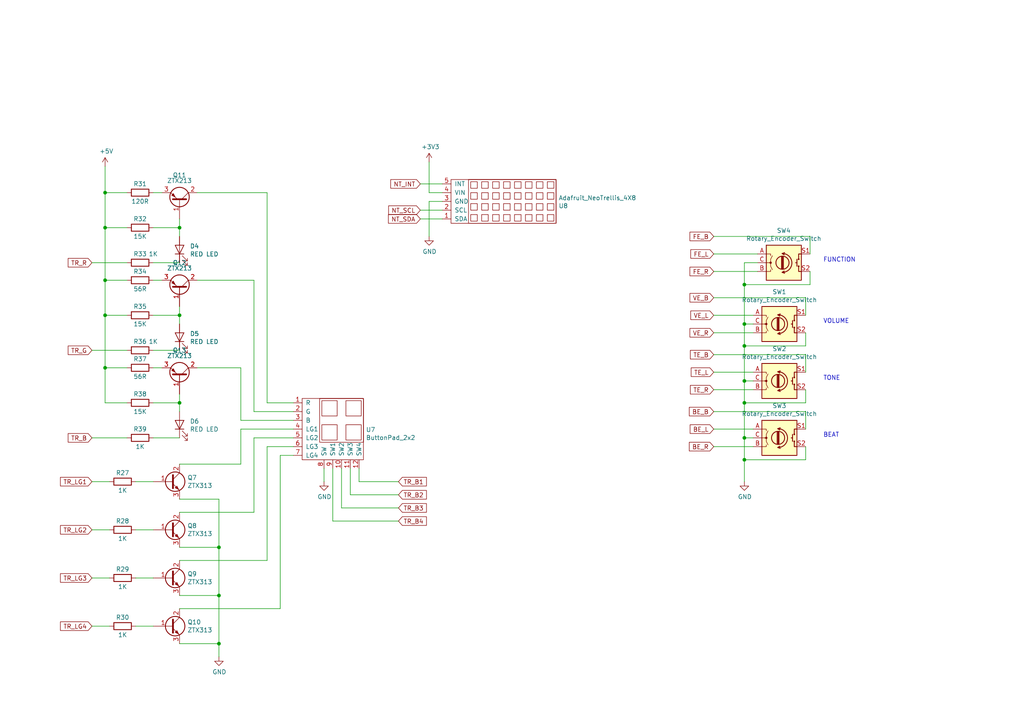
<source format=kicad_sch>
(kicad_sch (version 20211123) (generator eeschema)

  (uuid 92bd1111-b941-4c03-b7ec-a08a9359bc50)

  (paper "A4")

  (lib_symbols
    (symbol "BassedMateV1-rescue:+3V3-power" (power) (pin_names (offset 0)) (in_bom yes) (on_board yes)
      (property "Reference" "#PWR" (id 0) (at 0 -3.81 0)
        (effects (font (size 1.27 1.27)) hide)
      )
      (property "Value" "+3V3-power" (id 1) (at 0 3.556 0)
        (effects (font (size 1.27 1.27)))
      )
      (property "Footprint" "" (id 2) (at 0 0 0)
        (effects (font (size 1.27 1.27)) hide)
      )
      (property "Datasheet" "" (id 3) (at 0 0 0)
        (effects (font (size 1.27 1.27)) hide)
      )
      (symbol "+3V3-power_0_1"
        (polyline
          (pts
            (xy -0.762 1.27)
            (xy 0 2.54)
          )
          (stroke (width 0) (type default) (color 0 0 0 0))
          (fill (type none))
        )
        (polyline
          (pts
            (xy 0 0)
            (xy 0 2.54)
          )
          (stroke (width 0) (type default) (color 0 0 0 0))
          (fill (type none))
        )
        (polyline
          (pts
            (xy 0 2.54)
            (xy 0.762 1.27)
          )
          (stroke (width 0) (type default) (color 0 0 0 0))
          (fill (type none))
        )
      )
      (symbol "+3V3-power_1_1"
        (pin power_in line (at 0 0 90) (length 0) hide
          (name "+3V3" (effects (font (size 1.27 1.27))))
          (number "1" (effects (font (size 1.27 1.27))))
        )
      )
    )
    (symbol "BassedMateV1-rescue:+5V-power" (power) (pin_names (offset 0)) (in_bom yes) (on_board yes)
      (property "Reference" "#PWR" (id 0) (at 0 -3.81 0)
        (effects (font (size 1.27 1.27)) hide)
      )
      (property "Value" "+5V-power" (id 1) (at 0 3.556 0)
        (effects (font (size 1.27 1.27)))
      )
      (property "Footprint" "" (id 2) (at 0 0 0)
        (effects (font (size 1.27 1.27)) hide)
      )
      (property "Datasheet" "" (id 3) (at 0 0 0)
        (effects (font (size 1.27 1.27)) hide)
      )
      (symbol "+5V-power_0_1"
        (polyline
          (pts
            (xy -0.762 1.27)
            (xy 0 2.54)
          )
          (stroke (width 0) (type default) (color 0 0 0 0))
          (fill (type none))
        )
        (polyline
          (pts
            (xy 0 0)
            (xy 0 2.54)
          )
          (stroke (width 0) (type default) (color 0 0 0 0))
          (fill (type none))
        )
        (polyline
          (pts
            (xy 0 2.54)
            (xy 0.762 1.27)
          )
          (stroke (width 0) (type default) (color 0 0 0 0))
          (fill (type none))
        )
      )
      (symbol "+5V-power_1_1"
        (pin power_in line (at 0 0 90) (length 0) hide
          (name "+5V" (effects (font (size 1.27 1.27))))
          (number "1" (effects (font (size 1.27 1.27))))
        )
      )
    )
    (symbol "BassedMateV1-rescue:GND-power" (power) (pin_names (offset 0)) (in_bom yes) (on_board yes)
      (property "Reference" "#PWR" (id 0) (at 0 -6.35 0)
        (effects (font (size 1.27 1.27)) hide)
      )
      (property "Value" "GND-power" (id 1) (at 0 -3.81 0)
        (effects (font (size 1.27 1.27)))
      )
      (property "Footprint" "" (id 2) (at 0 0 0)
        (effects (font (size 1.27 1.27)) hide)
      )
      (property "Datasheet" "" (id 3) (at 0 0 0)
        (effects (font (size 1.27 1.27)) hide)
      )
      (symbol "GND-power_0_1"
        (polyline
          (pts
            (xy 0 0)
            (xy 0 -1.27)
            (xy 1.27 -1.27)
            (xy 0 -2.54)
            (xy -1.27 -1.27)
            (xy 0 -1.27)
          )
          (stroke (width 0) (type default) (color 0 0 0 0))
          (fill (type none))
        )
      )
      (symbol "GND-power_1_1"
        (pin power_in line (at 0 0 270) (length 0) hide
          (name "GND" (effects (font (size 1.27 1.27))))
          (number "1" (effects (font (size 1.27 1.27))))
        )
      )
    )
    (symbol "BassedMateV1-rescue:LED-Device" (pin_numbers hide) (pin_names (offset 1.016) hide) (in_bom yes) (on_board yes)
      (property "Reference" "D" (id 0) (at 0 2.54 0)
        (effects (font (size 1.27 1.27)))
      )
      (property "Value" "LED-Device" (id 1) (at 0 -2.54 0)
        (effects (font (size 1.27 1.27)))
      )
      (property "Footprint" "" (id 2) (at 0 0 0)
        (effects (font (size 1.27 1.27)) hide)
      )
      (property "Datasheet" "" (id 3) (at 0 0 0)
        (effects (font (size 1.27 1.27)) hide)
      )
      (property "ki_fp_filters" "LED* LED_SMD:* LED_THT:*" (id 4) (at 0 0 0)
        (effects (font (size 1.27 1.27)) hide)
      )
      (symbol "LED-Device_0_1"
        (polyline
          (pts
            (xy -1.27 -1.27)
            (xy -1.27 1.27)
          )
          (stroke (width 0.2032) (type default) (color 0 0 0 0))
          (fill (type none))
        )
        (polyline
          (pts
            (xy -1.27 0)
            (xy 1.27 0)
          )
          (stroke (width 0) (type default) (color 0 0 0 0))
          (fill (type none))
        )
        (polyline
          (pts
            (xy 1.27 -1.27)
            (xy 1.27 1.27)
            (xy -1.27 0)
            (xy 1.27 -1.27)
          )
          (stroke (width 0.2032) (type default) (color 0 0 0 0))
          (fill (type none))
        )
        (polyline
          (pts
            (xy -3.048 -0.762)
            (xy -4.572 -2.286)
            (xy -3.81 -2.286)
            (xy -4.572 -2.286)
            (xy -4.572 -1.524)
          )
          (stroke (width 0) (type default) (color 0 0 0 0))
          (fill (type none))
        )
        (polyline
          (pts
            (xy -1.778 -0.762)
            (xy -3.302 -2.286)
            (xy -2.54 -2.286)
            (xy -3.302 -2.286)
            (xy -3.302 -1.524)
          )
          (stroke (width 0) (type default) (color 0 0 0 0))
          (fill (type none))
        )
      )
      (symbol "LED-Device_1_1"
        (pin passive line (at -3.81 0 0) (length 2.54)
          (name "K" (effects (font (size 1.27 1.27))))
          (number "1" (effects (font (size 1.27 1.27))))
        )
        (pin passive line (at 3.81 0 180) (length 2.54)
          (name "A" (effects (font (size 1.27 1.27))))
          (number "2" (effects (font (size 1.27 1.27))))
        )
      )
    )
    (symbol "BassedMateV1-rescue:Q_NPN_BCE-Device" (pin_names (offset 0) hide) (in_bom yes) (on_board yes)
      (property "Reference" "Q" (id 0) (at 5.08 1.27 0)
        (effects (font (size 1.27 1.27)) (justify left))
      )
      (property "Value" "Q_NPN_BCE-Device" (id 1) (at 5.08 -1.27 0)
        (effects (font (size 1.27 1.27)) (justify left))
      )
      (property "Footprint" "" (id 2) (at 5.08 2.54 0)
        (effects (font (size 1.27 1.27)) hide)
      )
      (property "Datasheet" "" (id 3) (at 0 0 0)
        (effects (font (size 1.27 1.27)) hide)
      )
      (symbol "Q_NPN_BCE-Device_0_1"
        (polyline
          (pts
            (xy 0.635 0.635)
            (xy 2.54 2.54)
          )
          (stroke (width 0) (type default) (color 0 0 0 0))
          (fill (type none))
        )
        (polyline
          (pts
            (xy 0.635 -0.635)
            (xy 2.54 -2.54)
            (xy 2.54 -2.54)
          )
          (stroke (width 0) (type default) (color 0 0 0 0))
          (fill (type none))
        )
        (polyline
          (pts
            (xy 0.635 1.905)
            (xy 0.635 -1.905)
            (xy 0.635 -1.905)
          )
          (stroke (width 0.508) (type default) (color 0 0 0 0))
          (fill (type none))
        )
        (polyline
          (pts
            (xy 1.27 -1.778)
            (xy 1.778 -1.27)
            (xy 2.286 -2.286)
            (xy 1.27 -1.778)
            (xy 1.27 -1.778)
          )
          (stroke (width 0) (type default) (color 0 0 0 0))
          (fill (type outline))
        )
        (circle (center 1.27 0) (radius 2.8194)
          (stroke (width 0.254) (type default) (color 0 0 0 0))
          (fill (type none))
        )
      )
      (symbol "Q_NPN_BCE-Device_1_1"
        (pin input line (at -5.08 0 0) (length 5.715)
          (name "B" (effects (font (size 1.27 1.27))))
          (number "1" (effects (font (size 1.27 1.27))))
        )
        (pin passive line (at 2.54 5.08 270) (length 2.54)
          (name "C" (effects (font (size 1.27 1.27))))
          (number "2" (effects (font (size 1.27 1.27))))
        )
        (pin passive line (at 2.54 -5.08 90) (length 2.54)
          (name "E" (effects (font (size 1.27 1.27))))
          (number "3" (effects (font (size 1.27 1.27))))
        )
      )
    )
    (symbol "BassedMateV1-rescue:Q_PNP_BCE-Device" (pin_names (offset 0) hide) (in_bom yes) (on_board yes)
      (property "Reference" "Q" (id 0) (at 5.08 1.27 0)
        (effects (font (size 1.27 1.27)) (justify left))
      )
      (property "Value" "Q_PNP_BCE-Device" (id 1) (at 5.08 -1.27 0)
        (effects (font (size 1.27 1.27)) (justify left))
      )
      (property "Footprint" "" (id 2) (at 5.08 2.54 0)
        (effects (font (size 1.27 1.27)) hide)
      )
      (property "Datasheet" "" (id 3) (at 0 0 0)
        (effects (font (size 1.27 1.27)) hide)
      )
      (symbol "Q_PNP_BCE-Device_0_1"
        (polyline
          (pts
            (xy 0.635 0.635)
            (xy 2.54 2.54)
          )
          (stroke (width 0) (type default) (color 0 0 0 0))
          (fill (type none))
        )
        (polyline
          (pts
            (xy 0.635 -0.635)
            (xy 2.54 -2.54)
            (xy 2.54 -2.54)
          )
          (stroke (width 0) (type default) (color 0 0 0 0))
          (fill (type none))
        )
        (polyline
          (pts
            (xy 0.635 1.905)
            (xy 0.635 -1.905)
            (xy 0.635 -1.905)
          )
          (stroke (width 0.508) (type default) (color 0 0 0 0))
          (fill (type none))
        )
        (polyline
          (pts
            (xy 2.286 -1.778)
            (xy 1.778 -2.286)
            (xy 1.27 -1.27)
            (xy 2.286 -1.778)
            (xy 2.286 -1.778)
          )
          (stroke (width 0) (type default) (color 0 0 0 0))
          (fill (type outline))
        )
        (circle (center 1.27 0) (radius 2.8194)
          (stroke (width 0.254) (type default) (color 0 0 0 0))
          (fill (type none))
        )
      )
      (symbol "Q_PNP_BCE-Device_1_1"
        (pin input line (at -5.08 0 0) (length 5.715)
          (name "B" (effects (font (size 1.27 1.27))))
          (number "1" (effects (font (size 1.27 1.27))))
        )
        (pin passive line (at 2.54 5.08 270) (length 2.54)
          (name "C" (effects (font (size 1.27 1.27))))
          (number "2" (effects (font (size 1.27 1.27))))
        )
        (pin passive line (at 2.54 -5.08 90) (length 2.54)
          (name "E" (effects (font (size 1.27 1.27))))
          (number "3" (effects (font (size 1.27 1.27))))
        )
      )
    )
    (symbol "BassedMateV1-rescue:R-Device" (pin_numbers hide) (pin_names (offset 0)) (in_bom yes) (on_board yes)
      (property "Reference" "R" (id 0) (at 2.032 0 90)
        (effects (font (size 1.27 1.27)))
      )
      (property "Value" "R-Device" (id 1) (at 0 0 90)
        (effects (font (size 1.27 1.27)))
      )
      (property "Footprint" "" (id 2) (at -1.778 0 90)
        (effects (font (size 1.27 1.27)) hide)
      )
      (property "Datasheet" "" (id 3) (at 0 0 0)
        (effects (font (size 1.27 1.27)) hide)
      )
      (property "ki_fp_filters" "R_*" (id 4) (at 0 0 0)
        (effects (font (size 1.27 1.27)) hide)
      )
      (symbol "R-Device_0_1"
        (rectangle (start -1.016 -2.54) (end 1.016 2.54)
          (stroke (width 0.254) (type default) (color 0 0 0 0))
          (fill (type none))
        )
      )
      (symbol "R-Device_1_1"
        (pin passive line (at 0 3.81 270) (length 1.27)
          (name "~" (effects (font (size 1.27 1.27))))
          (number "1" (effects (font (size 1.27 1.27))))
        )
        (pin passive line (at 0 -3.81 90) (length 1.27)
          (name "~" (effects (font (size 1.27 1.27))))
          (number "2" (effects (font (size 1.27 1.27))))
        )
      )
    )
    (symbol "BassedMateV1-rescue:Rotary_Encoder_Switch-Device" (pin_names (offset 0.254) hide) (in_bom yes) (on_board yes)
      (property "Reference" "SW" (id 0) (at 0 6.604 0)
        (effects (font (size 1.27 1.27)))
      )
      (property "Value" "Rotary_Encoder_Switch-Device" (id 1) (at 0 -6.604 0)
        (effects (font (size 1.27 1.27)))
      )
      (property "Footprint" "" (id 2) (at -3.81 4.064 0)
        (effects (font (size 1.27 1.27)) hide)
      )
      (property "Datasheet" "" (id 3) (at 0 6.604 0)
        (effects (font (size 1.27 1.27)) hide)
      )
      (property "ki_fp_filters" "RotaryEncoder*Switch*" (id 4) (at 0 0 0)
        (effects (font (size 1.27 1.27)) hide)
      )
      (symbol "Rotary_Encoder_Switch-Device_0_1"
        (rectangle (start -5.08 5.08) (end 5.08 -5.08)
          (stroke (width 0.254) (type default) (color 0 0 0 0))
          (fill (type background))
        )
        (circle (center -3.81 0) (radius 0.254)
          (stroke (width 0) (type default) (color 0 0 0 0))
          (fill (type outline))
        )
        (arc (start -0.381 -2.794) (mid 2.3622 -0.0508) (end -0.381 2.667)
          (stroke (width 0.254) (type default) (color 0 0 0 0))
          (fill (type none))
        )
        (circle (center -0.381 0) (radius 1.905)
          (stroke (width 0.254) (type default) (color 0 0 0 0))
          (fill (type none))
        )
        (polyline
          (pts
            (xy -0.635 -1.778)
            (xy -0.635 1.778)
          )
          (stroke (width 0.254) (type default) (color 0 0 0 0))
          (fill (type none))
        )
        (polyline
          (pts
            (xy -0.381 -1.778)
            (xy -0.381 1.778)
          )
          (stroke (width 0.254) (type default) (color 0 0 0 0))
          (fill (type none))
        )
        (polyline
          (pts
            (xy -0.127 1.778)
            (xy -0.127 -1.778)
          )
          (stroke (width 0.254) (type default) (color 0 0 0 0))
          (fill (type none))
        )
        (polyline
          (pts
            (xy 3.81 0)
            (xy 3.429 0)
          )
          (stroke (width 0.254) (type default) (color 0 0 0 0))
          (fill (type none))
        )
        (polyline
          (pts
            (xy 3.81 1.016)
            (xy 3.81 -1.016)
          )
          (stroke (width 0.254) (type default) (color 0 0 0 0))
          (fill (type none))
        )
        (polyline
          (pts
            (xy -5.08 -2.54)
            (xy -3.81 -2.54)
            (xy -3.81 -2.032)
          )
          (stroke (width 0) (type default) (color 0 0 0 0))
          (fill (type none))
        )
        (polyline
          (pts
            (xy -5.08 2.54)
            (xy -3.81 2.54)
            (xy -3.81 2.032)
          )
          (stroke (width 0) (type default) (color 0 0 0 0))
          (fill (type none))
        )
        (polyline
          (pts
            (xy 0.254 -3.048)
            (xy -0.508 -2.794)
            (xy 0.127 -2.413)
          )
          (stroke (width 0.254) (type default) (color 0 0 0 0))
          (fill (type none))
        )
        (polyline
          (pts
            (xy 0.254 2.921)
            (xy -0.508 2.667)
            (xy 0.127 2.286)
          )
          (stroke (width 0.254) (type default) (color 0 0 0 0))
          (fill (type none))
        )
        (polyline
          (pts
            (xy 5.08 -2.54)
            (xy 4.318 -2.54)
            (xy 4.318 -1.016)
          )
          (stroke (width 0.254) (type default) (color 0 0 0 0))
          (fill (type none))
        )
        (polyline
          (pts
            (xy 5.08 2.54)
            (xy 4.318 2.54)
            (xy 4.318 1.016)
          )
          (stroke (width 0.254) (type default) (color 0 0 0 0))
          (fill (type none))
        )
        (polyline
          (pts
            (xy -5.08 0)
            (xy -3.81 0)
            (xy -3.81 -1.016)
            (xy -3.302 -2.032)
          )
          (stroke (width 0) (type default) (color 0 0 0 0))
          (fill (type none))
        )
        (polyline
          (pts
            (xy -4.318 0)
            (xy -3.81 0)
            (xy -3.81 1.016)
            (xy -3.302 2.032)
          )
          (stroke (width 0) (type default) (color 0 0 0 0))
          (fill (type none))
        )
        (circle (center 4.318 -1.016) (radius 0.127)
          (stroke (width 0.254) (type default) (color 0 0 0 0))
          (fill (type none))
        )
        (circle (center 4.318 1.016) (radius 0.127)
          (stroke (width 0.254) (type default) (color 0 0 0 0))
          (fill (type none))
        )
      )
      (symbol "Rotary_Encoder_Switch-Device_1_1"
        (pin passive line (at -7.62 2.54 0) (length 2.54)
          (name "A" (effects (font (size 1.27 1.27))))
          (number "A" (effects (font (size 1.27 1.27))))
        )
        (pin passive line (at -7.62 -2.54 0) (length 2.54)
          (name "B" (effects (font (size 1.27 1.27))))
          (number "B" (effects (font (size 1.27 1.27))))
        )
        (pin passive line (at -7.62 0 0) (length 2.54)
          (name "C" (effects (font (size 1.27 1.27))))
          (number "C" (effects (font (size 1.27 1.27))))
        )
        (pin passive line (at 7.62 2.54 180) (length 2.54)
          (name "S1" (effects (font (size 1.27 1.27))))
          (number "S1" (effects (font (size 1.27 1.27))))
        )
        (pin passive line (at 7.62 -2.54 180) (length 2.54)
          (name "S2" (effects (font (size 1.27 1.27))))
          (number "S2" (effects (font (size 1.27 1.27))))
        )
      )
    )
    (symbol "UKMaker:Adafruit_NeoTrellis_4X8" (pin_names (offset 1.016)) (in_bom yes) (on_board yes)
      (property "Reference" "U" (id 0) (at 0.635 10.16 0)
        (effects (font (size 1.27 1.27)))
      )
      (property "Value" "Adafruit_NeoTrellis_4X8" (id 1) (at 1.27 7.62 0)
        (effects (font (size 1.27 1.27)))
      )
      (property "Footprint" "" (id 2) (at 10.16 5.715 0)
        (effects (font (size 1.27 1.27)) hide)
      )
      (property "Datasheet" "" (id 3) (at 10.16 5.715 0)
        (effects (font (size 1.27 1.27)) hide)
      )
      (symbol "Adafruit_NeoTrellis_4X8_0_1"
        (rectangle (start -7.62 6.35) (end 22.86 -6.35)
          (stroke (width 0) (type default) (color 0 0 0 0))
          (fill (type none))
        )
        (rectangle (start -2.54 6.35) (end 22.86 -6.35)
          (stroke (width 0) (type default) (color 0 0 0 0))
          (fill (type none))
        )
        (rectangle (start -1.905 5.715) (end 0 3.81)
          (stroke (width 0) (type default) (color 0 0 0 0))
          (fill (type none))
        )
        (rectangle (start 1.27 5.715) (end 3.175 3.81)
          (stroke (width 0) (type default) (color 0 0 0 0))
          (fill (type none))
        )
        (rectangle (start 4.445 5.715) (end 6.35 3.81)
          (stroke (width 0) (type default) (color 0 0 0 0))
          (fill (type none))
        )
        (rectangle (start 7.62 5.715) (end 9.525 3.81)
          (stroke (width 0) (type default) (color 0 0 0 0))
          (fill (type none))
        )
      )
      (symbol "Adafruit_NeoTrellis_4X8_1_1"
        (rectangle (start -1.905 -3.81) (end 0 -5.715)
          (stroke (width 0) (type default) (color 0 0 0 0))
          (fill (type none))
        )
        (rectangle (start -1.905 -0.635) (end 0 -2.54)
          (stroke (width 0) (type default) (color 0 0 0 0))
          (fill (type none))
        )
        (rectangle (start -1.905 2.54) (end 0 0.635)
          (stroke (width 0) (type default) (color 0 0 0 0))
          (fill (type none))
        )
        (rectangle (start 1.27 -3.81) (end 3.175 -5.715)
          (stroke (width 0) (type default) (color 0 0 0 0))
          (fill (type none))
        )
        (rectangle (start 1.27 -0.635) (end 3.175 -2.54)
          (stroke (width 0) (type default) (color 0 0 0 0))
          (fill (type none))
        )
        (rectangle (start 1.27 2.54) (end 3.175 0.635)
          (stroke (width 0) (type default) (color 0 0 0 0))
          (fill (type none))
        )
        (rectangle (start 4.445 -3.81) (end 6.35 -5.715)
          (stroke (width 0) (type default) (color 0 0 0 0))
          (fill (type none))
        )
        (rectangle (start 4.445 -0.635) (end 6.35 -2.54)
          (stroke (width 0) (type default) (color 0 0 0 0))
          (fill (type none))
        )
        (rectangle (start 4.445 2.54) (end 6.35 0.635)
          (stroke (width 0) (type default) (color 0 0 0 0))
          (fill (type none))
        )
        (rectangle (start 7.62 -3.81) (end 9.525 -5.715)
          (stroke (width 0) (type default) (color 0 0 0 0))
          (fill (type none))
        )
        (rectangle (start 7.62 -0.635) (end 9.525 -2.54)
          (stroke (width 0) (type default) (color 0 0 0 0))
          (fill (type none))
        )
        (rectangle (start 7.62 2.54) (end 9.525 0.635)
          (stroke (width 0) (type default) (color 0 0 0 0))
          (fill (type none))
        )
        (rectangle (start 10.795 -3.81) (end 12.7 -5.715)
          (stroke (width 0) (type default) (color 0 0 0 0))
          (fill (type none))
        )
        (rectangle (start 10.795 -0.635) (end 12.7 -2.54)
          (stroke (width 0) (type default) (color 0 0 0 0))
          (fill (type none))
        )
        (rectangle (start 10.795 2.54) (end 12.7 0.635)
          (stroke (width 0) (type default) (color 0 0 0 0))
          (fill (type none))
        )
        (rectangle (start 10.795 5.715) (end 12.7 3.81)
          (stroke (width 0) (type default) (color 0 0 0 0))
          (fill (type none))
        )
        (rectangle (start 13.97 -3.81) (end 15.875 -5.715)
          (stroke (width 0) (type default) (color 0 0 0 0))
          (fill (type none))
        )
        (rectangle (start 13.97 -0.635) (end 15.875 -2.54)
          (stroke (width 0) (type default) (color 0 0 0 0))
          (fill (type none))
        )
        (rectangle (start 13.97 2.54) (end 15.875 0.635)
          (stroke (width 0) (type default) (color 0 0 0 0))
          (fill (type none))
        )
        (rectangle (start 13.97 5.715) (end 15.875 3.81)
          (stroke (width 0) (type default) (color 0 0 0 0))
          (fill (type none))
        )
        (rectangle (start 17.145 -3.81) (end 19.05 -5.715)
          (stroke (width 0) (type default) (color 0 0 0 0))
          (fill (type none))
        )
        (rectangle (start 17.145 -0.635) (end 19.05 -2.54)
          (stroke (width 0) (type default) (color 0 0 0 0))
          (fill (type none))
        )
        (rectangle (start 17.145 2.54) (end 19.05 0.635)
          (stroke (width 0) (type default) (color 0 0 0 0))
          (fill (type none))
        )
        (rectangle (start 17.145 5.715) (end 19.05 3.81)
          (stroke (width 0) (type default) (color 0 0 0 0))
          (fill (type none))
        )
        (rectangle (start 20.32 -3.81) (end 22.225 -5.715)
          (stroke (width 0) (type default) (color 0 0 0 0))
          (fill (type none))
        )
        (rectangle (start 20.32 -0.635) (end 22.225 -2.54)
          (stroke (width 0) (type default) (color 0 0 0 0))
          (fill (type none))
        )
        (rectangle (start 20.32 2.54) (end 22.225 0.635)
          (stroke (width 0) (type default) (color 0 0 0 0))
          (fill (type none))
        )
        (rectangle (start 20.32 5.715) (end 22.225 3.81)
          (stroke (width 0) (type default) (color 0 0 0 0))
          (fill (type none))
        )
        (pin input line (at -10.16 5.08 0) (length 2.54)
          (name "SDA" (effects (font (size 1.27 1.27))))
          (number "1" (effects (font (size 1.27 1.27))))
        )
        (pin input line (at -10.16 2.54 0) (length 2.54)
          (name "SCL" (effects (font (size 1.27 1.27))))
          (number "2" (effects (font (size 1.27 1.27))))
        )
        (pin power_in line (at -10.16 0 0) (length 2.54)
          (name "GND" (effects (font (size 1.27 1.27))))
          (number "3" (effects (font (size 1.27 1.27))))
        )
        (pin power_in line (at -10.16 -2.54 0) (length 2.54)
          (name "VIN" (effects (font (size 1.27 1.27))))
          (number "4" (effects (font (size 1.27 1.27))))
        )
        (pin output line (at -10.16 -5.08 0) (length 2.54)
          (name "INT" (effects (font (size 1.27 1.27))))
          (number "5" (effects (font (size 1.27 1.27))))
        )
      )
    )
    (symbol "UKMaker:ButtonPad_2x2" (pin_names (offset 1.016)) (in_bom yes) (on_board yes)
      (property "Reference" "U" (id 0) (at -0.635 12.7 0)
        (effects (font (size 1.27 1.27)))
      )
      (property "Value" "ButtonPad_2x2" (id 1) (at 0 10.16 0)
        (effects (font (size 1.27 1.27)))
      )
      (property "Footprint" "" (id 2) (at 8.89 8.255 0)
        (effects (font (size 1.27 1.27)) hide)
      )
      (property "Datasheet" "" (id 3) (at 8.89 8.255 0)
        (effects (font (size 1.27 1.27)) hide)
      )
      (symbol "ButtonPad_2x2_0_1"
        (rectangle (start -8.89 8.89) (end 8.89 -8.89)
          (stroke (width 0) (type default) (color 0 0 0 0))
          (fill (type none))
        )
        (rectangle (start -3.81 8.89) (end 8.89 -3.81)
          (stroke (width 0) (type default) (color 0 0 0 0))
          (fill (type none))
        )
        (rectangle (start -3.175 8.255) (end 1.27 3.81)
          (stroke (width 0) (type default) (color 0 0 0 0))
          (fill (type none))
        )
        (rectangle (start 3.81 8.255) (end 8.255 3.81)
          (stroke (width 0) (type default) (color 0 0 0 0))
          (fill (type none))
        )
      )
      (symbol "ButtonPad_2x2_1_1"
        (rectangle (start -3.175 1.27) (end 1.27 -3.175)
          (stroke (width 0) (type default) (color 0 0 0 0))
          (fill (type none))
        )
        (rectangle (start 3.81 1.27) (end 8.255 -3.175)
          (stroke (width 0) (type default) (color 0 0 0 0))
          (fill (type none))
        )
        (pin input line (at -11.43 7.62 0) (length 2.54)
          (name "R" (effects (font (size 1.27 1.27))))
          (number "1" (effects (font (size 1.27 1.27))))
        )
        (pin output line (at 2.54 -11.43 90) (length 2.54)
          (name "SW2" (effects (font (size 1.27 1.27))))
          (number "10" (effects (font (size 1.27 1.27))))
        )
        (pin output line (at 5.08 -11.43 90) (length 2.54)
          (name "SW3" (effects (font (size 1.27 1.27))))
          (number "11" (effects (font (size 1.27 1.27))))
        )
        (pin output line (at 7.62 -11.43 90) (length 2.54)
          (name "SW4" (effects (font (size 1.27 1.27))))
          (number "12" (effects (font (size 1.27 1.27))))
        )
        (pin input line (at -11.43 5.08 0) (length 2.54)
          (name "G" (effects (font (size 1.27 1.27))))
          (number "2" (effects (font (size 1.27 1.27))))
        )
        (pin input line (at -11.43 2.54 0) (length 2.54)
          (name "B" (effects (font (size 1.27 1.27))))
          (number "3" (effects (font (size 1.27 1.27))))
        )
        (pin output line (at -11.43 0 0) (length 2.54)
          (name "LG1" (effects (font (size 1.27 1.27))))
          (number "4" (effects (font (size 1.27 1.27))))
        )
        (pin output line (at -11.43 -2.54 0) (length 2.54)
          (name "LG2" (effects (font (size 1.27 1.27))))
          (number "5" (effects (font (size 1.27 1.27))))
        )
        (pin output line (at -11.43 -5.08 0) (length 2.54)
          (name "LG3" (effects (font (size 1.27 1.27))))
          (number "6" (effects (font (size 1.27 1.27))))
        )
        (pin output line (at -11.43 -7.62 0) (length 2.54)
          (name "LG4" (effects (font (size 1.27 1.27))))
          (number "7" (effects (font (size 1.27 1.27))))
        )
        (pin bidirectional line (at -2.54 -11.43 90) (length 2.54)
          (name "SW" (effects (font (size 1.27 1.27))))
          (number "8" (effects (font (size 1.27 1.27))))
        )
        (pin output line (at 0 -11.43 90) (length 2.54)
          (name "SW1" (effects (font (size 1.27 1.27))))
          (number "9" (effects (font (size 1.27 1.27))))
        )
      )
    )
  )

  (junction (at 63.5 172.72) (diameter 0) (color 0 0 0 0)
    (uuid 0e166909-afb5-4d70-a00b-dd78cd09b084)
  )
  (junction (at 63.5 186.69) (diameter 0) (color 0 0 0 0)
    (uuid 1a813eeb-ee58-4579-81e1-3f9a7227213c)
  )
  (junction (at 215.9 116.84) (diameter 0) (color 0 0 0 0)
    (uuid 1ae3634a-f90f-4c6a-8ba7-b38f98d4ccb2)
  )
  (junction (at 215.9 110.49) (diameter 0) (color 0 0 0 0)
    (uuid 1d9dc91c-3457-4ca5-8e42-43be60ae0831)
  )
  (junction (at 215.9 100.33) (diameter 0) (color 0 0 0 0)
    (uuid 2c10387c-3cac-4a7c-bbfb-95d69f41a890)
  )
  (junction (at 215.9 133.35) (diameter 0) (color 0 0 0 0)
    (uuid 3382bf79-b686-4aeb-9419-c8ab591662bb)
  )
  (junction (at 30.48 81.28) (diameter 0) (color 0 0 0 0)
    (uuid 54d76293-1ce2-46f8-9be7-a3d7f9f28112)
  )
  (junction (at 30.48 66.04) (diameter 0) (color 0 0 0 0)
    (uuid 5fe7a4eb-9f04-4df6-a1fa-36c071e280d7)
  )
  (junction (at 30.48 106.68) (diameter 0) (color 0 0 0 0)
    (uuid 7114de55-86d9-46c1-a412-07f5eb895435)
  )
  (junction (at 215.9 127) (diameter 0) (color 0 0 0 0)
    (uuid 7247fe96-7885-4063-8282-ea2fd2b28b0d)
  )
  (junction (at 215.9 93.98) (diameter 0) (color 0 0 0 0)
    (uuid a1701438-3c8b-4b49-8695-36ec7f9ae4d2)
  )
  (junction (at 215.9 82.55) (diameter 0) (color 0 0 0 0)
    (uuid b1731e91-7698-42fa-ad60-5c60fdd0e1fc)
  )
  (junction (at 52.07 66.04) (diameter 0) (color 0 0 0 0)
    (uuid c8072c34-0f81-4552-9fbe-4bfe60c53e21)
  )
  (junction (at 52.07 91.44) (diameter 0) (color 0 0 0 0)
    (uuid d372e2ac-d81e-48b7-8c55-9bbe58eeffc3)
  )
  (junction (at 30.48 55.88) (diameter 0) (color 0 0 0 0)
    (uuid d53baa32-ba88-4646-9db3-0e9b0f0da4f0)
  )
  (junction (at 52.07 116.84) (diameter 0) (color 0 0 0 0)
    (uuid e7376da1-2f59-4570-81e8-46fca0289df0)
  )
  (junction (at 63.5 158.75) (diameter 0) (color 0 0 0 0)
    (uuid eb7e294c-b398-413b-8b78-85a66ed5f3ea)
  )
  (junction (at 30.48 91.44) (diameter 0) (color 0 0 0 0)
    (uuid ee9a2826-2513-480e-a552-3d07af5bf8a5)
  )

  (wire (pts (xy 63.5 158.75) (xy 63.5 172.72))
    (stroke (width 0) (type default) (color 0 0 0 0))
    (uuid 01109662-12b4-48a3-b68d-624008909c2a)
  )
  (wire (pts (xy 215.9 133.35) (xy 233.68 133.35))
    (stroke (width 0) (type default) (color 0 0 0 0))
    (uuid 017667a9-f5de-49c7-af53-4f9af2f3a311)
  )
  (wire (pts (xy 26.67 181.61) (xy 31.75 181.61))
    (stroke (width 0) (type default) (color 0 0 0 0))
    (uuid 01c59306-91a3-452b-92b5-9af8f8f257d6)
  )
  (wire (pts (xy 30.48 66.04) (xy 30.48 81.28))
    (stroke (width 0) (type default) (color 0 0 0 0))
    (uuid 042fe62b-53aa-4e86-97d0-9ccb1e16a895)
  )
  (wire (pts (xy 215.9 82.55) (xy 215.9 93.98))
    (stroke (width 0) (type default) (color 0 0 0 0))
    (uuid 08926936-9ea4-4894-afca-caca47f3c238)
  )
  (wire (pts (xy 128.27 55.88) (xy 124.46 55.88))
    (stroke (width 0) (type default) (color 0 0 0 0))
    (uuid 094dc71e-7ea9-4e30-8ba7-749216ec2a8b)
  )
  (wire (pts (xy 36.83 81.28) (xy 30.48 81.28))
    (stroke (width 0) (type default) (color 0 0 0 0))
    (uuid 0c9bbc06-f1c0-4359-8448-9c515b32a886)
  )
  (wire (pts (xy 77.47 116.84) (xy 85.09 116.84))
    (stroke (width 0) (type default) (color 0 0 0 0))
    (uuid 0fc912fd-5036-4a55-b598-a9af40810824)
  )
  (wire (pts (xy 44.45 81.28) (xy 46.99 81.28))
    (stroke (width 0) (type default) (color 0 0 0 0))
    (uuid 0ff398d7-e6e2-4972-a7a4-438407886f34)
  )
  (wire (pts (xy 218.44 93.98) (xy 215.9 93.98))
    (stroke (width 0) (type default) (color 0 0 0 0))
    (uuid 1053b01a-057e-4e79-a21c-42780a737ea9)
  )
  (wire (pts (xy 52.07 116.84) (xy 52.07 119.38))
    (stroke (width 0) (type default) (color 0 0 0 0))
    (uuid 10fa1a8c-62cb-4b8f-b916-b18d737ff71b)
  )
  (wire (pts (xy 44.45 91.44) (xy 52.07 91.44))
    (stroke (width 0) (type default) (color 0 0 0 0))
    (uuid 1527299a-08b3-47c3-929f-a75c83be365e)
  )
  (wire (pts (xy 124.46 58.42) (xy 124.46 68.58))
    (stroke (width 0) (type default) (color 0 0 0 0))
    (uuid 186c3f1e-1c94-498e-abf2-1069980f6633)
  )
  (wire (pts (xy 52.07 134.62) (xy 69.85 134.62))
    (stroke (width 0) (type default) (color 0 0 0 0))
    (uuid 1b5a32e4-0b8e-4f38-b679-71dc277c2087)
  )
  (wire (pts (xy 121.92 53.34) (xy 128.27 53.34))
    (stroke (width 0) (type default) (color 0 0 0 0))
    (uuid 1d1a7683-c090-4798-9b40-7ed0d9f3ce3b)
  )
  (wire (pts (xy 234.95 82.55) (xy 234.95 78.74))
    (stroke (width 0) (type default) (color 0 0 0 0))
    (uuid 21ca1c08-b8a3-4bdc-9356-70a4d86ee444)
  )
  (wire (pts (xy 44.45 101.6) (xy 52.07 101.6))
    (stroke (width 0) (type default) (color 0 0 0 0))
    (uuid 24fd922c-d488-4d61-b6dc-9d3e359ccc82)
  )
  (wire (pts (xy 207.01 78.74) (xy 219.71 78.74))
    (stroke (width 0) (type default) (color 0 0 0 0))
    (uuid 2765a021-71f1-4136-b72b-81c2c6882946)
  )
  (wire (pts (xy 30.48 106.68) (xy 30.48 116.84))
    (stroke (width 0) (type default) (color 0 0 0 0))
    (uuid 29cd9e70-9b68-44f7-96b2-fe993c246832)
  )
  (wire (pts (xy 215.9 100.33) (xy 215.9 110.49))
    (stroke (width 0) (type default) (color 0 0 0 0))
    (uuid 2a4f1c24-6486-4fd8-8092-72bb07a81274)
  )
  (wire (pts (xy 73.66 119.38) (xy 73.66 81.28))
    (stroke (width 0) (type default) (color 0 0 0 0))
    (uuid 2a6ee718-8cdf-4fa6-be7c-8fe885d98fd7)
  )
  (wire (pts (xy 39.37 153.67) (xy 44.45 153.67))
    (stroke (width 0) (type default) (color 0 0 0 0))
    (uuid 2ad4b4ba-3abd-4313-bed9-1edce936a95e)
  )
  (wire (pts (xy 207.01 107.95) (xy 218.44 107.95))
    (stroke (width 0) (type default) (color 0 0 0 0))
    (uuid 2bbd6c26-4114-4518-8f4a-c6fdadc046b6)
  )
  (wire (pts (xy 36.83 66.04) (xy 30.48 66.04))
    (stroke (width 0) (type default) (color 0 0 0 0))
    (uuid 2d0d333a-99a0-4575-9433-710c8cc7ac0b)
  )
  (wire (pts (xy 77.47 55.88) (xy 77.47 116.84))
    (stroke (width 0) (type default) (color 0 0 0 0))
    (uuid 2e1d63b8-5189-41bb-8b6a-c4ada546b2d5)
  )
  (wire (pts (xy 93.98 135.89) (xy 93.98 139.7))
    (stroke (width 0) (type default) (color 0 0 0 0))
    (uuid 2ec9be40-1d5a-4e2d-8a4d-4be2d3c079d5)
  )
  (wire (pts (xy 207.01 129.54) (xy 218.44 129.54))
    (stroke (width 0) (type default) (color 0 0 0 0))
    (uuid 341e67eb-d5e1-4cb7-9d11-5aa4ab832a2a)
  )
  (wire (pts (xy 115.57 151.13) (xy 96.52 151.13))
    (stroke (width 0) (type default) (color 0 0 0 0))
    (uuid 35343f32-90ff-4059-a108-111fb444c3d2)
  )
  (wire (pts (xy 81.28 176.53) (xy 81.28 132.08))
    (stroke (width 0) (type default) (color 0 0 0 0))
    (uuid 3c66e6e2-f12d-4b23-910e-e478d272dfd5)
  )
  (wire (pts (xy 121.92 60.96) (xy 128.27 60.96))
    (stroke (width 0) (type default) (color 0 0 0 0))
    (uuid 3d70e675-48ae-4edd-b95d-3ca51e634018)
  )
  (wire (pts (xy 52.07 148.59) (xy 73.66 148.59))
    (stroke (width 0) (type default) (color 0 0 0 0))
    (uuid 414f80f7-b2d5-43c3-a018-819efe44fe30)
  )
  (wire (pts (xy 36.83 106.68) (xy 30.48 106.68))
    (stroke (width 0) (type default) (color 0 0 0 0))
    (uuid 43f341b3-06e9-4e7a-a26e-5365b89d76bf)
  )
  (wire (pts (xy 39.37 139.7) (xy 44.45 139.7))
    (stroke (width 0) (type default) (color 0 0 0 0))
    (uuid 48034820-9d25-4020-8e74-d44c1441e803)
  )
  (wire (pts (xy 69.85 124.46) (xy 85.09 124.46))
    (stroke (width 0) (type default) (color 0 0 0 0))
    (uuid 494d4ce3-60c4-4021-8bd1-ab41a12b14ed)
  )
  (wire (pts (xy 96.52 151.13) (xy 96.52 135.89))
    (stroke (width 0) (type default) (color 0 0 0 0))
    (uuid 4b982f8b-ca29-4ebf-88fc-8a50b24e0802)
  )
  (wire (pts (xy 233.68 124.46) (xy 233.68 119.38))
    (stroke (width 0) (type default) (color 0 0 0 0))
    (uuid 4c144ffa-02d0-42da-aef1-f5175cbde9c0)
  )
  (wire (pts (xy 36.83 116.84) (xy 30.48 116.84))
    (stroke (width 0) (type default) (color 0 0 0 0))
    (uuid 4d51bc15-1f84-46be-8e16-e836b10f854e)
  )
  (wire (pts (xy 207.01 113.03) (xy 218.44 113.03))
    (stroke (width 0) (type default) (color 0 0 0 0))
    (uuid 4e7a230a-c1a4-4455-81ee-277835acf4a2)
  )
  (wire (pts (xy 26.67 127) (xy 36.83 127))
    (stroke (width 0) (type default) (color 0 0 0 0))
    (uuid 4ef07d45-f940-4cb6-bb96-2ddec13fd099)
  )
  (wire (pts (xy 207.01 102.87) (xy 233.68 102.87))
    (stroke (width 0) (type default) (color 0 0 0 0))
    (uuid 51f5536d-48d2-4807-be44-93f427952b0e)
  )
  (wire (pts (xy 57.15 55.88) (xy 77.47 55.88))
    (stroke (width 0) (type default) (color 0 0 0 0))
    (uuid 55cff608-ab38-48d9-ac09-2d0a877ceca1)
  )
  (wire (pts (xy 219.71 76.2) (xy 215.9 76.2))
    (stroke (width 0) (type default) (color 0 0 0 0))
    (uuid 56f0a67a-a93a-477a-9778-70fe2cfeeb5a)
  )
  (wire (pts (xy 124.46 55.88) (xy 124.46 46.99))
    (stroke (width 0) (type default) (color 0 0 0 0))
    (uuid 583b0bf3-0699-44db-b975-a241ad040fa4)
  )
  (wire (pts (xy 36.83 91.44) (xy 30.48 91.44))
    (stroke (width 0) (type default) (color 0 0 0 0))
    (uuid 58a87288-e2bf-4c88-9871-a753efc69e9d)
  )
  (wire (pts (xy 26.67 76.2) (xy 36.83 76.2))
    (stroke (width 0) (type default) (color 0 0 0 0))
    (uuid 59ee13a4-660e-47e2-a73a-01cfe11439e9)
  )
  (wire (pts (xy 63.5 144.78) (xy 63.5 158.75))
    (stroke (width 0) (type default) (color 0 0 0 0))
    (uuid 5a889284-4c9f-49be-8f02-e43e18550914)
  )
  (wire (pts (xy 207.01 68.58) (xy 234.95 68.58))
    (stroke (width 0) (type default) (color 0 0 0 0))
    (uuid 5c1d6842-15a5-4f73-b198-8836681840a1)
  )
  (wire (pts (xy 104.14 139.7) (xy 104.14 135.89))
    (stroke (width 0) (type default) (color 0 0 0 0))
    (uuid 5dbda758-e74b-4ccf-ad68-495d537d68ba)
  )
  (wire (pts (xy 207.01 91.44) (xy 218.44 91.44))
    (stroke (width 0) (type default) (color 0 0 0 0))
    (uuid 5f059fcf-8990-4db3-9058-7f232d9600e1)
  )
  (wire (pts (xy 52.07 186.69) (xy 63.5 186.69))
    (stroke (width 0) (type default) (color 0 0 0 0))
    (uuid 621c8eb9-ae87-439a-b350-badb5d559a5a)
  )
  (wire (pts (xy 36.83 55.88) (xy 30.48 55.88))
    (stroke (width 0) (type default) (color 0 0 0 0))
    (uuid 629fdb7a-7978-43d0-987e-b84465775826)
  )
  (wire (pts (xy 207.01 86.36) (xy 233.68 86.36))
    (stroke (width 0) (type default) (color 0 0 0 0))
    (uuid 6a25c4e1-7129-430c-892b-6eecb6ffdb47)
  )
  (wire (pts (xy 69.85 106.68) (xy 69.85 121.92))
    (stroke (width 0) (type default) (color 0 0 0 0))
    (uuid 6b69fc79-c78f-4df1-9a05-c51d4173705f)
  )
  (wire (pts (xy 99.06 147.32) (xy 99.06 135.89))
    (stroke (width 0) (type default) (color 0 0 0 0))
    (uuid 6e77d4d6-0239-4c20-98f8-23ae4f71d638)
  )
  (wire (pts (xy 207.01 124.46) (xy 218.44 124.46))
    (stroke (width 0) (type default) (color 0 0 0 0))
    (uuid 7043f61a-4f1e-4cab-9031-a6449e41a893)
  )
  (wire (pts (xy 44.45 106.68) (xy 46.99 106.68))
    (stroke (width 0) (type default) (color 0 0 0 0))
    (uuid 750e60a2-e808-4253-8275-b79930fb2714)
  )
  (wire (pts (xy 128.27 58.42) (xy 124.46 58.42))
    (stroke (width 0) (type default) (color 0 0 0 0))
    (uuid 761492e2-a989-4596-80c3-fcd6943df072)
  )
  (wire (pts (xy 30.48 91.44) (xy 30.48 106.68))
    (stroke (width 0) (type default) (color 0 0 0 0))
    (uuid 771cb5c1-62ba-4cca-999e-cdcbe417213c)
  )
  (wire (pts (xy 215.9 82.55) (xy 234.95 82.55))
    (stroke (width 0) (type default) (color 0 0 0 0))
    (uuid 784e3230-2053-4bc9-a786-5ac2bd0df0f5)
  )
  (wire (pts (xy 30.48 66.04) (xy 30.48 55.88))
    (stroke (width 0) (type default) (color 0 0 0 0))
    (uuid 7c6e532b-1afd-48d4-9389-2942dcbc7c3c)
  )
  (wire (pts (xy 26.67 101.6) (xy 36.83 101.6))
    (stroke (width 0) (type default) (color 0 0 0 0))
    (uuid 7ce4aab5-8271-4432-a4b1-bff168293b45)
  )
  (wire (pts (xy 215.9 116.84) (xy 215.9 127))
    (stroke (width 0) (type default) (color 0 0 0 0))
    (uuid 7d2422a2-6679-4b2f-b253-47eef0da2414)
  )
  (wire (pts (xy 215.9 116.84) (xy 233.68 116.84))
    (stroke (width 0) (type default) (color 0 0 0 0))
    (uuid 80b9a57f-3326-43ca-b6ca-5e911992b3c4)
  )
  (wire (pts (xy 30.48 81.28) (xy 30.48 91.44))
    (stroke (width 0) (type default) (color 0 0 0 0))
    (uuid 830aee7f-dfce-42cd-85ef-6370f6dc02f5)
  )
  (wire (pts (xy 26.67 167.64) (xy 31.75 167.64))
    (stroke (width 0) (type default) (color 0 0 0 0))
    (uuid 8313e187-c805-4927-8002-313a51839243)
  )
  (wire (pts (xy 69.85 134.62) (xy 69.85 124.46))
    (stroke (width 0) (type default) (color 0 0 0 0))
    (uuid 84febc35-87fd-4cad-8e04-2b66390cfc12)
  )
  (wire (pts (xy 26.67 153.67) (xy 31.75 153.67))
    (stroke (width 0) (type default) (color 0 0 0 0))
    (uuid 86143bb0-7899-4df8-b1df-baa3c0ac7889)
  )
  (wire (pts (xy 215.9 110.49) (xy 215.9 116.84))
    (stroke (width 0) (type default) (color 0 0 0 0))
    (uuid 897277a3-b7ce-4d18-8c5f-1c984a246298)
  )
  (wire (pts (xy 101.6 143.51) (xy 101.6 135.89))
    (stroke (width 0) (type default) (color 0 0 0 0))
    (uuid 9666bb6a-0c1d-4c92-be6d-94a465ec5c51)
  )
  (wire (pts (xy 81.28 132.08) (xy 85.09 132.08))
    (stroke (width 0) (type default) (color 0 0 0 0))
    (uuid 9c8eae28-a7c3-4e6a-bd81-98cf70031070)
  )
  (wire (pts (xy 52.07 116.84) (xy 52.07 114.3))
    (stroke (width 0) (type default) (color 0 0 0 0))
    (uuid 9e18f8b3-9e1a-4022-9224-10c12ca8a28d)
  )
  (wire (pts (xy 233.68 86.36) (xy 233.68 91.44))
    (stroke (width 0) (type default) (color 0 0 0 0))
    (uuid a04f8542-6c38-4d5c-bdbb-c8e0311a0936)
  )
  (wire (pts (xy 73.66 148.59) (xy 73.66 127))
    (stroke (width 0) (type default) (color 0 0 0 0))
    (uuid a419542a-0c78-421e-9ac7-81d3afba6186)
  )
  (wire (pts (xy 77.47 162.56) (xy 77.47 129.54))
    (stroke (width 0) (type default) (color 0 0 0 0))
    (uuid a67dbe3b-ec7d-4ea5-b0e5-715c5263d8da)
  )
  (wire (pts (xy 44.45 55.88) (xy 46.99 55.88))
    (stroke (width 0) (type default) (color 0 0 0 0))
    (uuid a6c7f556-10bb-4a6d-b61b-a732ec6fa5cc)
  )
  (wire (pts (xy 215.9 100.33) (xy 233.68 100.33))
    (stroke (width 0) (type default) (color 0 0 0 0))
    (uuid a7c83b25-afbd-4974-8870-387db8f81a5c)
  )
  (wire (pts (xy 215.9 76.2) (xy 215.9 82.55))
    (stroke (width 0) (type default) (color 0 0 0 0))
    (uuid a819bf9a-0c8b-443a-b488-e5f1395d77ad)
  )
  (wire (pts (xy 52.07 91.44) (xy 52.07 88.9))
    (stroke (width 0) (type default) (color 0 0 0 0))
    (uuid aa288a22-ea1d-474d-8dae-efe971580843)
  )
  (wire (pts (xy 44.45 76.2) (xy 52.07 76.2))
    (stroke (width 0) (type default) (color 0 0 0 0))
    (uuid ac8576da-4e00-41a0-9609-eb655e96e10b)
  )
  (wire (pts (xy 63.5 186.69) (xy 63.5 190.5))
    (stroke (width 0) (type default) (color 0 0 0 0))
    (uuid b2001159-b6cb-4000-85f5-34f6c410920f)
  )
  (wire (pts (xy 52.07 66.04) (xy 52.07 63.5))
    (stroke (width 0) (type default) (color 0 0 0 0))
    (uuid b4675fcd-90dd-499b-8feb-46b51a88378c)
  )
  (wire (pts (xy 39.37 167.64) (xy 44.45 167.64))
    (stroke (width 0) (type default) (color 0 0 0 0))
    (uuid b5cea0b5-192f-476b-a3c8-0c26e2231699)
  )
  (wire (pts (xy 218.44 127) (xy 215.9 127))
    (stroke (width 0) (type default) (color 0 0 0 0))
    (uuid b5ffe018-0d06-4a1b-95ee-b5763a35798d)
  )
  (wire (pts (xy 52.07 158.75) (xy 63.5 158.75))
    (stroke (width 0) (type default) (color 0 0 0 0))
    (uuid b754bfb3-a198-47be-8e7b-61bec885a5db)
  )
  (wire (pts (xy 115.57 139.7) (xy 104.14 139.7))
    (stroke (width 0) (type default) (color 0 0 0 0))
    (uuid b853d9ac-7829-468f-99ac-dc9996502e94)
  )
  (wire (pts (xy 207.01 96.52) (xy 218.44 96.52))
    (stroke (width 0) (type default) (color 0 0 0 0))
    (uuid bab3431c-ede6-417b-8033-763748a11a9f)
  )
  (wire (pts (xy 52.07 162.56) (xy 77.47 162.56))
    (stroke (width 0) (type default) (color 0 0 0 0))
    (uuid bc1d5740-b0c7-4566-95b0-470ac47a1fb3)
  )
  (wire (pts (xy 233.68 133.35) (xy 233.68 129.54))
    (stroke (width 0) (type default) (color 0 0 0 0))
    (uuid bc204c79-0619-4b16-889d-335bfdd71ce0)
  )
  (wire (pts (xy 101.6 143.51) (xy 115.57 143.51))
    (stroke (width 0) (type default) (color 0 0 0 0))
    (uuid c10ace36-a93c-4c08-ac75-059ef9e1f71c)
  )
  (wire (pts (xy 73.66 127) (xy 85.09 127))
    (stroke (width 0) (type default) (color 0 0 0 0))
    (uuid c480dba7-51ff-4a4f-9251-e48b2784c64a)
  )
  (wire (pts (xy 233.68 100.33) (xy 233.68 96.52))
    (stroke (width 0) (type default) (color 0 0 0 0))
    (uuid c7db4903-f95a-49f5-bcce-c52f0ca8defc)
  )
  (wire (pts (xy 44.45 116.84) (xy 52.07 116.84))
    (stroke (width 0) (type default) (color 0 0 0 0))
    (uuid cd48b13f-c989-4ac1-a7f0-053afcd77527)
  )
  (wire (pts (xy 215.9 133.35) (xy 215.9 139.7))
    (stroke (width 0) (type default) (color 0 0 0 0))
    (uuid d04eabf5-018b-4006-a739-ce16277681b7)
  )
  (wire (pts (xy 207.01 73.66) (xy 219.71 73.66))
    (stroke (width 0) (type default) (color 0 0 0 0))
    (uuid d70bfdec-de0f-45e5-9452-2cd5d12b83b9)
  )
  (wire (pts (xy 52.07 176.53) (xy 81.28 176.53))
    (stroke (width 0) (type default) (color 0 0 0 0))
    (uuid d8370835-89ad-4b62-9f40-d0c10470788a)
  )
  (wire (pts (xy 52.07 144.78) (xy 63.5 144.78))
    (stroke (width 0) (type default) (color 0 0 0 0))
    (uuid dc7523a5-4408-4a51-bc92-6a47a538c094)
  )
  (wire (pts (xy 26.67 139.7) (xy 31.75 139.7))
    (stroke (width 0) (type default) (color 0 0 0 0))
    (uuid dd3da890-32ef-4a5a-aea4-e5d2141f1ff1)
  )
  (wire (pts (xy 57.15 81.28) (xy 73.66 81.28))
    (stroke (width 0) (type default) (color 0 0 0 0))
    (uuid dd5f7736-b8aa-44f2-a044-e514d63d48f3)
  )
  (wire (pts (xy 207.01 119.38) (xy 233.68 119.38))
    (stroke (width 0) (type default) (color 0 0 0 0))
    (uuid de438bc3-2eba-4b9f-95e9-35ce5db157f6)
  )
  (wire (pts (xy 30.48 55.88) (xy 30.48 48.26))
    (stroke (width 0) (type default) (color 0 0 0 0))
    (uuid df9a1242-2d73-4343-b170-237bc9a8080f)
  )
  (wire (pts (xy 73.66 119.38) (xy 85.09 119.38))
    (stroke (width 0) (type default) (color 0 0 0 0))
    (uuid e0b36e60-bb2b-489c-a764-1b81e551ce62)
  )
  (wire (pts (xy 115.57 147.32) (xy 99.06 147.32))
    (stroke (width 0) (type default) (color 0 0 0 0))
    (uuid e46ecd61-0bbe-4b9f-a151-a2cacac5967b)
  )
  (wire (pts (xy 218.44 110.49) (xy 215.9 110.49))
    (stroke (width 0) (type default) (color 0 0 0 0))
    (uuid e6bf257d-5112-423c-b70a-adf8446f29da)
  )
  (wire (pts (xy 52.07 91.44) (xy 52.07 93.98))
    (stroke (width 0) (type default) (color 0 0 0 0))
    (uuid e9a9fba3-7cfa-45ca-926c-a5a8ecd7e3a4)
  )
  (wire (pts (xy 77.47 129.54) (xy 85.09 129.54))
    (stroke (width 0) (type default) (color 0 0 0 0))
    (uuid eb1b2aa2-a3cc-4a96-87ec-70fcae365f0f)
  )
  (wire (pts (xy 121.92 63.5) (xy 128.27 63.5))
    (stroke (width 0) (type default) (color 0 0 0 0))
    (uuid ed247857-b2a3-4b23-90ad-758c01ae5e8e)
  )
  (wire (pts (xy 233.68 116.84) (xy 233.68 113.03))
    (stroke (width 0) (type default) (color 0 0 0 0))
    (uuid ed612f6d-67c1-4198-976d-84139f8d99bc)
  )
  (wire (pts (xy 39.37 181.61) (xy 44.45 181.61))
    (stroke (width 0) (type default) (color 0 0 0 0))
    (uuid ef3a2f4c-5879-4e98-ad30-6b8614410fba)
  )
  (wire (pts (xy 44.45 66.04) (xy 52.07 66.04))
    (stroke (width 0) (type default) (color 0 0 0 0))
    (uuid ef3dded2-639c-45d4-8076-84cfb5189592)
  )
  (wire (pts (xy 233.68 107.95) (xy 233.68 102.87))
    (stroke (width 0) (type default) (color 0 0 0 0))
    (uuid f1c2e9b0-6f9f-485b-b482-d408df476d0f)
  )
  (wire (pts (xy 69.85 121.92) (xy 85.09 121.92))
    (stroke (width 0) (type default) (color 0 0 0 0))
    (uuid f2392fe0-54af-4e02-8793-9ba2471944b5)
  )
  (wire (pts (xy 215.9 127) (xy 215.9 133.35))
    (stroke (width 0) (type default) (color 0 0 0 0))
    (uuid f321809c-ab7a-4356-9b11-4c0d46c421ba)
  )
  (wire (pts (xy 234.95 68.58) (xy 234.95 73.66))
    (stroke (width 0) (type default) (color 0 0 0 0))
    (uuid f66bb685-9833-454c-bf31-b96598f50347)
  )
  (wire (pts (xy 57.15 106.68) (xy 69.85 106.68))
    (stroke (width 0) (type default) (color 0 0 0 0))
    (uuid f879c0e8-5893-4eb4-8e59-2292a632100f)
  )
  (wire (pts (xy 215.9 93.98) (xy 215.9 100.33))
    (stroke (width 0) (type default) (color 0 0 0 0))
    (uuid f8a90052-1a8b-4ce5-a1fd-87db944dceac)
  )
  (wire (pts (xy 63.5 172.72) (xy 63.5 186.69))
    (stroke (width 0) (type default) (color 0 0 0 0))
    (uuid fab1abc4-c49d-4b88-8c7f-939d7feb7b6c)
  )
  (wire (pts (xy 52.07 172.72) (xy 63.5 172.72))
    (stroke (width 0) (type default) (color 0 0 0 0))
    (uuid fb191df4-267d-4797-80dd-be346b8eeb99)
  )
  (wire (pts (xy 44.45 127) (xy 52.07 127))
    (stroke (width 0) (type default) (color 0 0 0 0))
    (uuid fe1ad3bd-92cc-4e1c-8cc9-a77278095945)
  )
  (wire (pts (xy 52.07 66.04) (xy 52.07 68.58))
    (stroke (width 0) (type default) (color 0 0 0 0))
    (uuid ff2f00dc-dff2-4a19-af27-f5c793a8d261)
  )

  (text "TONE" (at 238.76 110.49 0)
    (effects (font (size 1.27 1.27)) (justify left bottom))
    (uuid 3273ec61-4a33-41c2-82bf-cde7c8587c1b)
  )
  (text "VOLUME" (at 238.76 93.98 0)
    (effects (font (size 1.27 1.27)) (justify left bottom))
    (uuid 4f3dc5bc-04e8-4dcc-91dd-8782e84f321d)
  )
  (text "BEAT" (at 238.76 127 0)
    (effects (font (size 1.27 1.27)) (justify left bottom))
    (uuid c2211bf7-6ed0-4800-9f21-d6a078bedba2)
  )
  (text "FUNCTION" (at 238.76 76.2 0)
    (effects (font (size 1.27 1.27)) (justify left bottom))
    (uuid f565cf54-67ba-4424-8d47-087433645499)
  )

  (global_label "TR_LG4" (shape input) (at 26.67 181.61 180) (fields_autoplaced)
    (effects (font (size 1.27 1.27)) (justify right))
    (uuid 05e45f00-3c6b-4c0c-9ffb-3fe26fcda007)
    (property "Intersheet References" "${INTERSHEET_REFS}" (id 0) (at 0 0 0)
      (effects (font (size 1.27 1.27)) hide)
    )
  )
  (global_label "TR_G" (shape input) (at 26.67 101.6 180) (fields_autoplaced)
    (effects (font (size 1.27 1.27)) (justify right))
    (uuid 16d5bf81-590a-4149-97e0-64f3b3ad6f52)
    (property "Intersheet References" "${INTERSHEET_REFS}" (id 0) (at 0 0 0)
      (effects (font (size 1.27 1.27)) hide)
    )
  )
  (global_label "VE_B" (shape input) (at 207.01 86.36 180) (fields_autoplaced)
    (effects (font (size 1.27 1.27)) (justify right))
    (uuid 173fd4a7-b485-4e9d-8724-470865466784)
    (property "Intersheet References" "${INTERSHEET_REFS}" (id 0) (at 0 0 0)
      (effects (font (size 1.27 1.27)) hide)
    )
  )
  (global_label "VE_R" (shape input) (at 207.01 96.52 180) (fields_autoplaced)
    (effects (font (size 1.27 1.27)) (justify right))
    (uuid 26296271-780a-4da9-8e69-910d9240bca1)
    (property "Intersheet References" "${INTERSHEET_REFS}" (id 0) (at 0 0 0)
      (effects (font (size 1.27 1.27)) hide)
    )
  )
  (global_label "NT_SCL" (shape input) (at 121.92 60.96 180) (fields_autoplaced)
    (effects (font (size 1.27 1.27)) (justify right))
    (uuid 45836d49-cd5f-417d-b0f6-c8b43d196a36)
    (property "Intersheet References" "${INTERSHEET_REFS}" (id 0) (at 0 0 0)
      (effects (font (size 1.27 1.27)) hide)
    )
  )
  (global_label "TE_B" (shape input) (at 207.01 102.87 180) (fields_autoplaced)
    (effects (font (size 1.27 1.27)) (justify right))
    (uuid 5cc7655c-62f2-43d2-a7a5-eaa4635dada8)
    (property "Intersheet References" "${INTERSHEET_REFS}" (id 0) (at 0 0 0)
      (effects (font (size 1.27 1.27)) hide)
    )
  )
  (global_label "NT_SDA" (shape input) (at 121.92 63.5 180) (fields_autoplaced)
    (effects (font (size 1.27 1.27)) (justify right))
    (uuid 62cbcc21-2cec-41ab-be06-499e1a78d7e7)
    (property "Intersheet References" "${INTERSHEET_REFS}" (id 0) (at 0 0 0)
      (effects (font (size 1.27 1.27)) hide)
    )
  )
  (global_label "TR_LG2" (shape input) (at 26.67 153.67 180) (fields_autoplaced)
    (effects (font (size 1.27 1.27)) (justify right))
    (uuid 6742a066-6a5f-4185-90ae-b7fe8c6eda52)
    (property "Intersheet References" "${INTERSHEET_REFS}" (id 0) (at 0 0 0)
      (effects (font (size 1.27 1.27)) hide)
    )
  )
  (global_label "FE_R" (shape input) (at 207.01 78.74 180) (fields_autoplaced)
    (effects (font (size 1.27 1.27)) (justify right))
    (uuid 71a9f036-1f13-462e-ac9e-81caaaa7f807)
    (property "Intersheet References" "${INTERSHEET_REFS}" (id 0) (at 0 0 0)
      (effects (font (size 1.27 1.27)) hide)
    )
  )
  (global_label "TR_B" (shape input) (at 26.67 127 180) (fields_autoplaced)
    (effects (font (size 1.27 1.27)) (justify right))
    (uuid 7806469b-c133-4e19-b2d5-f2b690b4b2f3)
    (property "Intersheet References" "${INTERSHEET_REFS}" (id 0) (at 0 0 0)
      (effects (font (size 1.27 1.27)) hide)
    )
  )
  (global_label "FE_B" (shape input) (at 207.01 68.58 180) (fields_autoplaced)
    (effects (font (size 1.27 1.27)) (justify right))
    (uuid 78a228c9-bbf0-49cf-b917-2dec23b390df)
    (property "Intersheet References" "${INTERSHEET_REFS}" (id 0) (at 0 0 0)
      (effects (font (size 1.27 1.27)) hide)
    )
  )
  (global_label "TR_LG3" (shape input) (at 26.67 167.64 180) (fields_autoplaced)
    (effects (font (size 1.27 1.27)) (justify right))
    (uuid 8385d9f6-6997-423b-b38d-d0ab00c45f3f)
    (property "Intersheet References" "${INTERSHEET_REFS}" (id 0) (at 0 0 0)
      (effects (font (size 1.27 1.27)) hide)
    )
  )
  (global_label "TR_B2" (shape input) (at 115.57 143.51 0) (fields_autoplaced)
    (effects (font (size 1.27 1.27)) (justify left))
    (uuid 8ade7975-64a0-440a-8545-11958836bf48)
    (property "Intersheet References" "${INTERSHEET_REFS}" (id 0) (at 0 0 0)
      (effects (font (size 1.27 1.27)) hide)
    )
  )
  (global_label "NT_INT" (shape input) (at 121.92 53.34 180) (fields_autoplaced)
    (effects (font (size 1.27 1.27)) (justify right))
    (uuid 92d17eb0-c75d-48d9-ae9e-ea0c7f723be4)
    (property "Intersheet References" "${INTERSHEET_REFS}" (id 0) (at 0 0 0)
      (effects (font (size 1.27 1.27)) hide)
    )
  )
  (global_label "FE_L" (shape input) (at 207.01 73.66 180) (fields_autoplaced)
    (effects (font (size 1.27 1.27)) (justify right))
    (uuid 9600911d-0df3-419b-8d4a-8d1432a7daf2)
    (property "Intersheet References" "${INTERSHEET_REFS}" (id 0) (at 0 0 0)
      (effects (font (size 1.27 1.27)) hide)
    )
  )
  (global_label "TE_R" (shape input) (at 207.01 113.03 180) (fields_autoplaced)
    (effects (font (size 1.27 1.27)) (justify right))
    (uuid a08c061a-7f5b-4909-b673-0d0a59a012a3)
    (property "Intersheet References" "${INTERSHEET_REFS}" (id 0) (at 0 0 0)
      (effects (font (size 1.27 1.27)) hide)
    )
  )
  (global_label "TR_LG1" (shape input) (at 26.67 139.7 180) (fields_autoplaced)
    (effects (font (size 1.27 1.27)) (justify right))
    (uuid a6dc1180-19c4-432b-af49-fc9179bb4519)
    (property "Intersheet References" "${INTERSHEET_REFS}" (id 0) (at 0 0 0)
      (effects (font (size 1.27 1.27)) hide)
    )
  )
  (global_label "BE_R" (shape input) (at 207.01 129.54 180) (fields_autoplaced)
    (effects (font (size 1.27 1.27)) (justify right))
    (uuid b6924901-677d-424a-a3f4-52c8dd1fa5f5)
    (property "Intersheet References" "${INTERSHEET_REFS}" (id 0) (at 0 0 0)
      (effects (font (size 1.27 1.27)) hide)
    )
  )
  (global_label "BE_B" (shape input) (at 207.01 119.38 180) (fields_autoplaced)
    (effects (font (size 1.27 1.27)) (justify right))
    (uuid d8d71ad3-6fd1-4a98-9c1f-70c4fbf3d1d1)
    (property "Intersheet References" "${INTERSHEET_REFS}" (id 0) (at 0 0 0)
      (effects (font (size 1.27 1.27)) hide)
    )
  )
  (global_label "TE_L" (shape input) (at 207.01 107.95 180) (fields_autoplaced)
    (effects (font (size 1.27 1.27)) (justify right))
    (uuid d8f24303-7e52-49a9-9e82-8d60c3aaa009)
    (property "Intersheet References" "${INTERSHEET_REFS}" (id 0) (at 0 0 0)
      (effects (font (size 1.27 1.27)) hide)
    )
  )
  (global_label "TR_B4" (shape input) (at 115.57 151.13 0) (fields_autoplaced)
    (effects (font (size 1.27 1.27)) (justify left))
    (uuid e07e1653-d05d-4bf2-bea3-6515a06de065)
    (property "Intersheet References" "${INTERSHEET_REFS}" (id 0) (at 0 0 0)
      (effects (font (size 1.27 1.27)) hide)
    )
  )
  (global_label "VE_L" (shape input) (at 207.01 91.44 180) (fields_autoplaced)
    (effects (font (size 1.27 1.27)) (justify right))
    (uuid e29e8d7d-cee8-47d4-8444-1d7032daf03c)
    (property "Intersheet References" "${INTERSHEET_REFS}" (id 0) (at 0 0 0)
      (effects (font (size 1.27 1.27)) hide)
    )
  )
  (global_label "TR_B3" (shape input) (at 115.57 147.32 0) (fields_autoplaced)
    (effects (font (size 1.27 1.27)) (justify left))
    (uuid e7893166-2c2c-41b4-bd84-76ebc2e06551)
    (property "Intersheet References" "${INTERSHEET_REFS}" (id 0) (at 0 0 0)
      (effects (font (size 1.27 1.27)) hide)
    )
  )
  (global_label "TR_B1" (shape input) (at 115.57 139.7 0) (fields_autoplaced)
    (effects (font (size 1.27 1.27)) (justify left))
    (uuid f47374c3-cb2a-4769-880f-830c9b19222e)
    (property "Intersheet References" "${INTERSHEET_REFS}" (id 0) (at 0 0 0)
      (effects (font (size 1.27 1.27)) hide)
    )
  )
  (global_label "BE_L" (shape input) (at 207.01 124.46 180) (fields_autoplaced)
    (effects (font (size 1.27 1.27)) (justify right))
    (uuid fe4068b9-89da-4c59-ba51-b5949772f5d8)
    (property "Intersheet References" "${INTERSHEET_REFS}" (id 0) (at 0 0 0)
      (effects (font (size 1.27 1.27)) hide)
    )
  )
  (global_label "TR_R" (shape input) (at 26.67 76.2 180) (fields_autoplaced)
    (effects (font (size 1.27 1.27)) (justify right))
    (uuid fec6f717-d723-4676-89ef-8ea691e209c2)
    (property "Intersheet References" "${INTERSHEET_REFS}" (id 0) (at 0 0 0)
      (effects (font (size 1.27 1.27)) hide)
    )
  )

  (symbol (lib_id "UKMaker:Adafruit_NeoTrellis_4X8") (at 138.43 58.42 0) (mirror x)
    (in_bom yes) (on_board yes)
    (uuid 00000000-0000-0000-0000-000060b5c376)
    (property "Reference" "U8" (id 0) (at 162.0012 59.7154 0)
      (effects (font (size 1.27 1.27)) (justify left))
    )
    (property "Value" "Adafruit_NeoTrellis_4X8" (id 1) (at 162.0012 57.404 0)
      (effects (font (size 1.27 1.27)) (justify left))
    )
    (property "Footprint" "Connector_PinHeader_2.54mm:PinHeader_1x05_P2.54mm_Vertical" (id 2) (at 148.59 64.135 0)
      (effects (font (size 1.27 1.27)) hide)
    )
    (property "Datasheet" "" (id 3) (at 148.59 64.135 0)
      (effects (font (size 1.27 1.27)) hide)
    )
    (pin "1" (uuid 7ba1e32b-b7a5-4c61-b43e-3664fd436575))
    (pin "2" (uuid 5a37da92-63af-4864-886a-a75a94480e33))
    (pin "3" (uuid 0137eda1-a281-48ab-bbec-172d76ea8454))
    (pin "4" (uuid b457c687-6cb9-4cb4-88ce-cd6bf8540fa2))
    (pin "5" (uuid e2b9fc5c-bf83-4bdc-8a06-c85515b8d604))
  )

  (symbol (lib_id "BassedMateV1-rescue:R-Device") (at 40.64 127 90) (unit 1)
    (in_bom yes) (on_board yes)
    (uuid 00000000-0000-0000-0000-000060b5d9fa)
    (property "Reference" "R39" (id 0) (at 40.64 124.46 90))
    (property "Value" "1K" (id 1) (at 40.64 129.54 90))
    (property "Footprint" "Resistor_THT:R_Axial_DIN0204_L3.6mm_D1.6mm_P7.62mm_Horizontal" (id 2) (at 40.64 128.778 90)
      (effects (font (size 1.27 1.27)) hide)
    )
    (property "Datasheet" "~" (id 3) (at 40.64 127 0)
      (effects (font (size 1.27 1.27)) hide)
    )
    (pin "1" (uuid 7b53d717-e65a-40a1-9650-fdc7dc241b17))
    (pin "2" (uuid c5fc2b3b-c096-4d93-93f6-5570cdffd06a))
  )

  (symbol (lib_id "BassedMateV1-rescue:R-Device") (at 40.64 101.6 90) (unit 1)
    (in_bom yes) (on_board yes)
    (uuid 00000000-0000-0000-0000-000060b5dbe3)
    (property "Reference" "R36" (id 0) (at 40.64 99.06 90))
    (property "Value" "1K" (id 1) (at 44.45 99.06 90))
    (property "Footprint" "Resistor_THT:R_Axial_DIN0204_L3.6mm_D1.6mm_P7.62mm_Horizontal" (id 2) (at 40.64 103.378 90)
      (effects (font (size 1.27 1.27)) hide)
    )
    (property "Datasheet" "~" (id 3) (at 40.64 101.6 0)
      (effects (font (size 1.27 1.27)) hide)
    )
    (pin "1" (uuid f136e638-c4f0-4d0e-af01-8b16b63a608e))
    (pin "2" (uuid 4a268475-c7f4-44d6-82b9-913d6ac52ffe))
  )

  (symbol (lib_id "BassedMateV1-rescue:R-Device") (at 40.64 76.2 90) (unit 1)
    (in_bom yes) (on_board yes)
    (uuid 00000000-0000-0000-0000-000060b5df01)
    (property "Reference" "R33" (id 0) (at 40.64 73.66 90))
    (property "Value" "1K" (id 1) (at 44.45 73.66 90))
    (property "Footprint" "Resistor_THT:R_Axial_DIN0204_L3.6mm_D1.6mm_P7.62mm_Horizontal" (id 2) (at 40.64 77.978 90)
      (effects (font (size 1.27 1.27)) hide)
    )
    (property "Datasheet" "~" (id 3) (at 40.64 76.2 0)
      (effects (font (size 1.27 1.27)) hide)
    )
    (pin "1" (uuid 1f7225be-fc27-45ef-b01b-c3bbbc503d9f))
    (pin "2" (uuid 35931f5c-6ac4-4b4e-a437-6764a2a21e0a))
  )

  (symbol (lib_id "BassedMateV1-rescue:Rotary_Encoder_Switch-Device") (at 227.33 76.2 0)
    (in_bom yes) (on_board yes)
    (uuid 00000000-0000-0000-0000-000060b641c9)
    (property "Reference" "SW4" (id 0) (at 227.33 66.8782 0))
    (property "Value" "Rotary_Encoder_Switch" (id 1) (at 227.33 69.1896 0))
    (property "Footprint" "Rotary_Encoder:RotaryEncoder_Alps_EC11E-Switch_Vertical_H20mm" (id 2) (at 223.52 72.136 0)
      (effects (font (size 1.27 1.27)) hide)
    )
    (property "Datasheet" "~" (id 3) (at 227.33 69.596 0)
      (effects (font (size 1.27 1.27)) hide)
    )
    (pin "A" (uuid 87faab06-c579-400a-8971-082430d0f8bb))
    (pin "B" (uuid 3eceb20e-b8a3-4fea-998a-930b26b3634d))
    (pin "C" (uuid df350d1f-ead5-48f5-a046-d294663bb344))
    (pin "S1" (uuid 09f1a2b8-586d-4ae3-a797-a5cd229fe4b3))
    (pin "S2" (uuid a890802b-32fa-4180-84bf-8bbf1280bb81))
  )

  (symbol (lib_id "BassedMateV1-rescue:Rotary_Encoder_Switch-Device") (at 226.06 110.49 0)
    (in_bom yes) (on_board yes)
    (uuid 00000000-0000-0000-0000-000060b641cf)
    (property "Reference" "SW2" (id 0) (at 226.06 101.1682 0))
    (property "Value" "Rotary_Encoder_Switch" (id 1) (at 226.06 103.4796 0))
    (property "Footprint" "Rotary_Encoder:RotaryEncoder_Alps_EC11E-Switch_Vertical_H20mm" (id 2) (at 222.25 106.426 0)
      (effects (font (size 1.27 1.27)) hide)
    )
    (property "Datasheet" "~" (id 3) (at 226.06 103.886 0)
      (effects (font (size 1.27 1.27)) hide)
    )
    (pin "A" (uuid 21e7aa4b-8f86-4768-84d2-fd6705385d6b))
    (pin "B" (uuid 2e81f85b-6273-4999-a4ff-a05760a25d49))
    (pin "C" (uuid 899faaca-e729-4b8a-a80b-e00c8afd465d))
    (pin "S1" (uuid 0bfe9c16-525a-4147-86ea-1b43133e187a))
    (pin "S2" (uuid d38cbfe6-a5cb-4649-9b62-d465b849900e))
  )

  (symbol (lib_id "BassedMateV1-rescue:Rotary_Encoder_Switch-Device") (at 226.06 93.98 0)
    (in_bom yes) (on_board yes)
    (uuid 00000000-0000-0000-0000-000060b641d5)
    (property "Reference" "SW1" (id 0) (at 226.06 84.6582 0))
    (property "Value" "Rotary_Encoder_Switch" (id 1) (at 226.06 86.9696 0))
    (property "Footprint" "Rotary_Encoder:RotaryEncoder_Alps_EC11E-Switch_Vertical_H20mm" (id 2) (at 222.25 89.916 0)
      (effects (font (size 1.27 1.27)) hide)
    )
    (property "Datasheet" "~" (id 3) (at 226.06 87.376 0)
      (effects (font (size 1.27 1.27)) hide)
    )
    (pin "A" (uuid 1a1bf4ff-0d83-4e61-8e7c-fb09a7f076db))
    (pin "B" (uuid 0ac0cefb-81fd-4b2a-8cc0-45a00b9e697e))
    (pin "C" (uuid 9b002dfd-89a6-420e-9bb6-07a3afa3b5ea))
    (pin "S1" (uuid ca1069e0-f65c-4f05-831e-825f9eeeb66f))
    (pin "S2" (uuid b60fd6a2-03e4-4281-8b9d-040b4b583c0d))
  )

  (symbol (lib_id "BassedMateV1-rescue:Rotary_Encoder_Switch-Device") (at 226.06 127 0)
    (in_bom yes) (on_board yes)
    (uuid 00000000-0000-0000-0000-000060b641db)
    (property "Reference" "SW3" (id 0) (at 226.06 117.6782 0))
    (property "Value" "Rotary_Encoder_Switch" (id 1) (at 226.06 119.9896 0))
    (property "Footprint" "Rotary_Encoder:RotaryEncoder_Alps_EC11E-Switch_Vertical_H20mm" (id 2) (at 222.25 122.936 0)
      (effects (font (size 1.27 1.27)) hide)
    )
    (property "Datasheet" "~" (id 3) (at 226.06 120.396 0)
      (effects (font (size 1.27 1.27)) hide)
    )
    (pin "A" (uuid d7b7751f-49e0-44a9-a62c-fbbc91ad4411))
    (pin "B" (uuid eed28de2-b96e-4d1b-be6a-3bc868abbc75))
    (pin "C" (uuid 6e18622d-ab16-46d3-8547-8e9d6c8c3481))
    (pin "S1" (uuid a2d8cec1-70fc-41aa-8ef4-4a25f56b53e0))
    (pin "S2" (uuid 5fbb5b31-843e-4091-87eb-d5903ebdb358))
  )

  (symbol (lib_id "BassedMateV1-rescue:LED-Device") (at 52.07 72.39 90) (unit 1)
    (in_bom yes) (on_board yes)
    (uuid 00000000-0000-0000-0000-000060b6d802)
    (property "Reference" "D4" (id 0) (at 55.0672 71.3994 90)
      (effects (font (size 1.27 1.27)) (justify right))
    )
    (property "Value" "RED LED" (id 1) (at 55.0672 73.7108 90)
      (effects (font (size 1.27 1.27)) (justify right))
    )
    (property "Footprint" "LED_THT:LED_D3.0mm" (id 2) (at 52.07 72.39 0)
      (effects (font (size 1.27 1.27)) hide)
    )
    (property "Datasheet" "~" (id 3) (at 52.07 72.39 0)
      (effects (font (size 1.27 1.27)) hide)
    )
    (pin "1" (uuid 9dbf289f-4308-406f-8668-ec88d3bd3395))
    (pin "2" (uuid 1a567ddb-661a-41fc-9c6f-25358b0aaba6))
  )

  (symbol (lib_id "BassedMateV1-rescue:Q_PNP_BCE-Device") (at 52.07 58.42 270) (mirror x) (unit 1)
    (in_bom yes) (on_board yes)
    (uuid 00000000-0000-0000-0000-000060b6fe04)
    (property "Reference" "Q11" (id 0) (at 52.07 50.8 90))
    (property "Value" "ZTX213" (id 1) (at 52.07 52.4002 90))
    (property "Footprint" "Package_TO_SOT_THT:TO-92_Inline" (id 2) (at 54.61 53.34 0)
      (effects (font (size 1.27 1.27)) hide)
    )
    (property "Datasheet" "~" (id 3) (at 52.07 58.42 0)
      (effects (font (size 1.27 1.27)) hide)
    )
    (pin "1" (uuid 6cd53d14-93da-469c-8dce-b850feaac914))
    (pin "2" (uuid 0bf8bf62-6545-4707-b47f-9c52decb5846))
    (pin "3" (uuid 833b51b8-bc0f-4752-a876-e2562f4504d1))
  )

  (symbol (lib_id "BassedMateV1-rescue:Q_NPN_BCE-Device") (at 49.53 139.7 0) (unit 1)
    (in_bom yes) (on_board yes)
    (uuid 00000000-0000-0000-0000-000060b704ce)
    (property "Reference" "Q7" (id 0) (at 54.356 138.5316 0)
      (effects (font (size 1.27 1.27)) (justify left))
    )
    (property "Value" "ZTX313" (id 1) (at 54.356 140.843 0)
      (effects (font (size 1.27 1.27)) (justify left))
    )
    (property "Footprint" "Package_TO_SOT_THT:TO-92_Inline" (id 2) (at 54.61 137.16 0)
      (effects (font (size 1.27 1.27)) hide)
    )
    (property "Datasheet" "~" (id 3) (at 49.53 139.7 0)
      (effects (font (size 1.27 1.27)) hide)
    )
    (pin "1" (uuid 8955cedb-eb4c-4c07-9050-a29425d8337d))
    (pin "2" (uuid 94b7b290-4e03-4b92-9cba-5683398b2561))
    (pin "3" (uuid 4bc9d2b3-095a-4503-86b4-63ac61d4450b))
  )

  (symbol (lib_id "BassedMateV1-rescue:R-Device") (at 40.64 66.04 90) (unit 1)
    (in_bom yes) (on_board yes)
    (uuid 00000000-0000-0000-0000-000060b70f01)
    (property "Reference" "R32" (id 0) (at 40.64 63.5 90))
    (property "Value" "15K" (id 1) (at 40.64 68.58 90))
    (property "Footprint" "Resistor_THT:R_Axial_DIN0204_L3.6mm_D1.6mm_P7.62mm_Horizontal" (id 2) (at 40.64 67.818 90)
      (effects (font (size 1.27 1.27)) hide)
    )
    (property "Datasheet" "~" (id 3) (at 40.64 66.04 0)
      (effects (font (size 1.27 1.27)) hide)
    )
    (pin "1" (uuid 2dbe5be1-f654-4d0c-b3d8-644a486db2b4))
    (pin "2" (uuid 60afbd7b-6e98-4880-91f4-438b50ba7ad2))
  )

  (symbol (lib_id "BassedMateV1-rescue:R-Device") (at 40.64 55.88 90) (unit 1)
    (in_bom yes) (on_board yes)
    (uuid 00000000-0000-0000-0000-000060b71964)
    (property "Reference" "R31" (id 0) (at 40.64 53.34 90))
    (property "Value" "120R" (id 1) (at 40.64 58.42 90))
    (property "Footprint" "Resistor_THT:R_Axial_DIN0204_L3.6mm_D1.6mm_P7.62mm_Horizontal" (id 2) (at 40.64 57.658 90)
      (effects (font (size 1.27 1.27)) hide)
    )
    (property "Datasheet" "~" (id 3) (at 40.64 55.88 0)
      (effects (font (size 1.27 1.27)) hide)
    )
    (pin "1" (uuid 117698d6-a3c5-44ba-bfb6-1267654add1f))
    (pin "2" (uuid de9190be-0426-45cf-b72f-6e933d6151f4))
  )

  (symbol (lib_id "BassedMateV1-rescue:+5V-power") (at 30.48 48.26 0) (unit 1)
    (in_bom yes) (on_board yes)
    (uuid 00000000-0000-0000-0000-000060b8377f)
    (property "Reference" "#PWR022" (id 0) (at 30.48 52.07 0)
      (effects (font (size 1.27 1.27)) hide)
    )
    (property "Value" "+5V" (id 1) (at 30.861 43.8658 0))
    (property "Footprint" "" (id 2) (at 30.48 48.26 0)
      (effects (font (size 1.27 1.27)) hide)
    )
    (property "Datasheet" "" (id 3) (at 30.48 48.26 0)
      (effects (font (size 1.27 1.27)) hide)
    )
    (pin "1" (uuid 5fcef921-3aa0-460e-9fdd-00868c6419f1))
  )

  (symbol (lib_id "UKMaker:ButtonPad_2x2") (at 96.52 124.46 0) (unit 1)
    (in_bom yes) (on_board yes)
    (uuid 00000000-0000-0000-0000-000060b9735a)
    (property "Reference" "U7" (id 0) (at 106.1212 124.6378 0)
      (effects (font (size 1.27 1.27)) (justify left))
    )
    (property "Value" "ButtonPad_2x2" (id 1) (at 106.1212 126.9492 0)
      (effects (font (size 1.27 1.27)) (justify left))
    )
    (property "Footprint" "Connector_PinHeader_2.54mm:PinHeader_2x06_P2.54mm_Vertical" (id 2) (at 105.41 116.205 0)
      (effects (font (size 1.27 1.27)) hide)
    )
    (property "Datasheet" "" (id 3) (at 105.41 116.205 0)
      (effects (font (size 1.27 1.27)) hide)
    )
    (pin "1" (uuid f80106b8-6b0a-4814-a919-195e29399e2b))
    (pin "10" (uuid cf093f4f-e713-460d-82af-deeb478db1cf))
    (pin "11" (uuid 66edafa8-b259-431f-bd68-843f47203ac5))
    (pin "12" (uuid 34086d6a-f7fc-4599-8936-435fffdf091c))
    (pin "2" (uuid ea6d98d5-9bfc-48ff-b210-54fb2a25bc7c))
    (pin "3" (uuid 633f75c5-3e59-4c5c-acaa-7b07045091db))
    (pin "4" (uuid bdff8379-733e-4c01-ad41-370a9842f652))
    (pin "5" (uuid 62f71599-c431-4fe9-93eb-634482c065f3))
    (pin "6" (uuid f2820135-528f-4ff9-80e5-eb40f0731891))
    (pin "7" (uuid 4d7999d9-bd45-4337-a9fd-0f4e89c72d66))
    (pin "8" (uuid 9227a1c9-2c36-438c-95aa-813472ae7cdf))
    (pin "9" (uuid db785ff9-b611-4eb6-888b-cfbe67a2ea0c))
  )

  (symbol (lib_id "BassedMateV1-rescue:GND-power") (at 63.5 190.5 0) (unit 1)
    (in_bom yes) (on_board yes)
    (uuid 00000000-0000-0000-0000-000060b9c4c1)
    (property "Reference" "#PWR023" (id 0) (at 63.5 196.85 0)
      (effects (font (size 1.27 1.27)) hide)
    )
    (property "Value" "GND" (id 1) (at 63.627 194.8942 0))
    (property "Footprint" "" (id 2) (at 63.5 190.5 0)
      (effects (font (size 1.27 1.27)) hide)
    )
    (property "Datasheet" "" (id 3) (at 63.5 190.5 0)
      (effects (font (size 1.27 1.27)) hide)
    )
    (pin "1" (uuid 940a7f09-fda9-470c-a998-3916c6c05adf))
  )

  (symbol (lib_id "BassedMateV1-rescue:GND-power") (at 93.98 139.7 0) (unit 1)
    (in_bom yes) (on_board yes)
    (uuid 00000000-0000-0000-0000-000060ba9721)
    (property "Reference" "#PWR024" (id 0) (at 93.98 146.05 0)
      (effects (font (size 1.27 1.27)) hide)
    )
    (property "Value" "GND" (id 1) (at 94.107 144.0942 0))
    (property "Footprint" "" (id 2) (at 93.98 139.7 0)
      (effects (font (size 1.27 1.27)) hide)
    )
    (property "Datasheet" "" (id 3) (at 93.98 139.7 0)
      (effects (font (size 1.27 1.27)) hide)
    )
    (pin "1" (uuid 87d1b879-2dc4-41ee-bf02-4dae6f9dabe2))
  )

  (symbol (lib_id "BassedMateV1-rescue:LED-Device") (at 52.07 97.79 90) (unit 1)
    (in_bom yes) (on_board yes)
    (uuid 00000000-0000-0000-0000-000060bb5e31)
    (property "Reference" "D5" (id 0) (at 55.0672 96.7994 90)
      (effects (font (size 1.27 1.27)) (justify right))
    )
    (property "Value" "RED LED" (id 1) (at 55.0672 99.1108 90)
      (effects (font (size 1.27 1.27)) (justify right))
    )
    (property "Footprint" "LED_THT:LED_D3.0mm" (id 2) (at 52.07 97.79 0)
      (effects (font (size 1.27 1.27)) hide)
    )
    (property "Datasheet" "~" (id 3) (at 52.07 97.79 0)
      (effects (font (size 1.27 1.27)) hide)
    )
    (pin "1" (uuid eda92985-270f-4ee2-b486-2952cb98542f))
    (pin "2" (uuid e7bcdd68-fabf-4bbd-aa75-c1144b3be21f))
  )

  (symbol (lib_id "BassedMateV1-rescue:Q_PNP_BCE-Device") (at 52.07 83.82 270) (mirror x) (unit 1)
    (in_bom yes) (on_board yes)
    (uuid 00000000-0000-0000-0000-000060bb5e37)
    (property "Reference" "Q12" (id 0) (at 52.07 76.2 90))
    (property "Value" "ZTX213" (id 1) (at 52.07 77.8002 90))
    (property "Footprint" "Package_TO_SOT_THT:TO-92_Inline" (id 2) (at 54.61 78.74 0)
      (effects (font (size 1.27 1.27)) hide)
    )
    (property "Datasheet" "~" (id 3) (at 52.07 83.82 0)
      (effects (font (size 1.27 1.27)) hide)
    )
    (pin "1" (uuid 64e01688-bf15-4987-92c1-c1c615089175))
    (pin "2" (uuid ceeb9c53-3901-4d0a-9ec7-48a467f1f324))
    (pin "3" (uuid 1593efeb-4759-429e-87bc-982a1c6a8eb7))
  )

  (symbol (lib_id "BassedMateV1-rescue:R-Device") (at 40.64 91.44 90) (unit 1)
    (in_bom yes) (on_board yes)
    (uuid 00000000-0000-0000-0000-000060bb5e3d)
    (property "Reference" "R35" (id 0) (at 40.64 88.9 90))
    (property "Value" "15K" (id 1) (at 40.64 93.98 90))
    (property "Footprint" "Resistor_THT:R_Axial_DIN0204_L3.6mm_D1.6mm_P7.62mm_Horizontal" (id 2) (at 40.64 93.218 90)
      (effects (font (size 1.27 1.27)) hide)
    )
    (property "Datasheet" "~" (id 3) (at 40.64 91.44 0)
      (effects (font (size 1.27 1.27)) hide)
    )
    (pin "1" (uuid b8cacaeb-66f8-4147-89ce-d0297dfdf1e6))
    (pin "2" (uuid 1b790b18-3642-41b0-942f-f26422196597))
  )

  (symbol (lib_id "BassedMateV1-rescue:R-Device") (at 40.64 81.28 90) (unit 1)
    (in_bom yes) (on_board yes)
    (uuid 00000000-0000-0000-0000-000060bb5e43)
    (property "Reference" "R34" (id 0) (at 40.64 78.74 90))
    (property "Value" "56R" (id 1) (at 40.64 83.82 90))
    (property "Footprint" "Resistor_THT:R_Axial_DIN0204_L3.6mm_D1.6mm_P7.62mm_Horizontal" (id 2) (at 40.64 83.058 90)
      (effects (font (size 1.27 1.27)) hide)
    )
    (property "Datasheet" "~" (id 3) (at 40.64 81.28 0)
      (effects (font (size 1.27 1.27)) hide)
    )
    (pin "1" (uuid 39bcb651-2477-4344-bd94-334ea1698d4e))
    (pin "2" (uuid 2e2573c8-7e66-445a-8595-c590516f179d))
  )

  (symbol (lib_id "BassedMateV1-rescue:LED-Device") (at 52.07 123.19 90) (unit 1)
    (in_bom yes) (on_board yes)
    (uuid 00000000-0000-0000-0000-000060bb8e07)
    (property "Reference" "D6" (id 0) (at 55.0672 122.1994 90)
      (effects (font (size 1.27 1.27)) (justify right))
    )
    (property "Value" "RED LED" (id 1) (at 55.0672 124.5108 90)
      (effects (font (size 1.27 1.27)) (justify right))
    )
    (property "Footprint" "LED_THT:LED_D3.0mm" (id 2) (at 52.07 123.19 0)
      (effects (font (size 1.27 1.27)) hide)
    )
    (property "Datasheet" "~" (id 3) (at 52.07 123.19 0)
      (effects (font (size 1.27 1.27)) hide)
    )
    (pin "1" (uuid 64dde4cb-9f5a-426e-9fbf-c3231713ba2c))
    (pin "2" (uuid 449f6118-0d90-4e5f-91a6-2d0fd0775fd4))
  )

  (symbol (lib_id "BassedMateV1-rescue:Q_PNP_BCE-Device") (at 52.07 109.22 270) (mirror x) (unit 1)
    (in_bom yes) (on_board yes)
    (uuid 00000000-0000-0000-0000-000060bb8e0d)
    (property "Reference" "Q13" (id 0) (at 52.07 101.6 90))
    (property "Value" "ZTX213" (id 1) (at 52.07 103.2002 90))
    (property "Footprint" "Package_TO_SOT_THT:TO-92_Inline" (id 2) (at 54.61 104.14 0)
      (effects (font (size 1.27 1.27)) hide)
    )
    (property "Datasheet" "~" (id 3) (at 52.07 109.22 0)
      (effects (font (size 1.27 1.27)) hide)
    )
    (pin "1" (uuid f204c375-3eb9-48d4-b1c3-90e39290b377))
    (pin "2" (uuid a155f9db-4202-494e-91d3-cbae963bb2c9))
    (pin "3" (uuid 136575b5-fb88-440b-abe6-5317cc05a249))
  )

  (symbol (lib_id "BassedMateV1-rescue:R-Device") (at 40.64 116.84 90) (unit 1)
    (in_bom yes) (on_board yes)
    (uuid 00000000-0000-0000-0000-000060bb8e13)
    (property "Reference" "R38" (id 0) (at 40.64 114.3 90))
    (property "Value" "15K" (id 1) (at 40.64 119.38 90))
    (property "Footprint" "Resistor_THT:R_Axial_DIN0204_L3.6mm_D1.6mm_P7.62mm_Horizontal" (id 2) (at 40.64 118.618 90)
      (effects (font (size 1.27 1.27)) hide)
    )
    (property "Datasheet" "~" (id 3) (at 40.64 116.84 0)
      (effects (font (size 1.27 1.27)) hide)
    )
    (pin "1" (uuid 286889e3-90d2-46e5-bbe7-e4403120d8d2))
    (pin "2" (uuid f30d46dc-9de3-4aef-a04f-55d7dca4443e))
  )

  (symbol (lib_id "BassedMateV1-rescue:R-Device") (at 40.64 106.68 90) (unit 1)
    (in_bom yes) (on_board yes)
    (uuid 00000000-0000-0000-0000-000060bb8e19)
    (property "Reference" "R37" (id 0) (at 40.64 104.14 90))
    (property "Value" "56R" (id 1) (at 40.64 109.22 90))
    (property "Footprint" "Resistor_THT:R_Axial_DIN0204_L3.6mm_D1.6mm_P7.62mm_Horizontal" (id 2) (at 40.64 108.458 90)
      (effects (font (size 1.27 1.27)) hide)
    )
    (property "Datasheet" "~" (id 3) (at 40.64 106.68 0)
      (effects (font (size 1.27 1.27)) hide)
    )
    (pin "1" (uuid 6c23f34c-1dd2-4a3b-ab15-941f5582b13b))
    (pin "2" (uuid c4ad5c29-c84a-4b82-8557-29788410b560))
  )

  (symbol (lib_id "BassedMateV1-rescue:Q_NPN_BCE-Device") (at 49.53 153.67 0) (unit 1)
    (in_bom yes) (on_board yes)
    (uuid 00000000-0000-0000-0000-000060bc558f)
    (property "Reference" "Q8" (id 0) (at 54.356 152.5016 0)
      (effects (font (size 1.27 1.27)) (justify left))
    )
    (property "Value" "ZTX313" (id 1) (at 54.356 154.813 0)
      (effects (font (size 1.27 1.27)) (justify left))
    )
    (property "Footprint" "Package_TO_SOT_THT:TO-92_Inline" (id 2) (at 54.61 151.13 0)
      (effects (font (size 1.27 1.27)) hide)
    )
    (property "Datasheet" "~" (id 3) (at 49.53 153.67 0)
      (effects (font (size 1.27 1.27)) hide)
    )
    (pin "1" (uuid 0defe58a-c9b1-4a12-9196-1eca934131ff))
    (pin "2" (uuid 28080727-78d7-4c33-a566-9cd66d818e73))
    (pin "3" (uuid 6d246163-ffcf-4dd4-87aa-1be8d3d72297))
  )

  (symbol (lib_id "BassedMateV1-rescue:Q_NPN_BCE-Device") (at 49.53 167.64 0) (unit 1)
    (in_bom yes) (on_board yes)
    (uuid 00000000-0000-0000-0000-000060bc5904)
    (property "Reference" "Q9" (id 0) (at 54.356 166.4716 0)
      (effects (font (size 1.27 1.27)) (justify left))
    )
    (property "Value" "ZTX313" (id 1) (at 54.356 168.783 0)
      (effects (font (size 1.27 1.27)) (justify left))
    )
    (property "Footprint" "Package_TO_SOT_THT:TO-92_Inline" (id 2) (at 54.61 165.1 0)
      (effects (font (size 1.27 1.27)) hide)
    )
    (property "Datasheet" "~" (id 3) (at 49.53 167.64 0)
      (effects (font (size 1.27 1.27)) hide)
    )
    (pin "1" (uuid 6c7d66e2-30e2-4d0c-997b-a7b7155a7203))
    (pin "2" (uuid 5463d528-3e32-41da-94e6-fb62529b068f))
    (pin "3" (uuid a41fc7d8-b101-4dab-b867-02b4f8db496d))
  )

  (symbol (lib_id "BassedMateV1-rescue:Q_NPN_BCE-Device") (at 49.53 181.61 0) (unit 1)
    (in_bom yes) (on_board yes)
    (uuid 00000000-0000-0000-0000-000060bc5bf7)
    (property "Reference" "Q10" (id 0) (at 54.356 180.4416 0)
      (effects (font (size 1.27 1.27)) (justify left))
    )
    (property "Value" "ZTX313" (id 1) (at 54.356 182.753 0)
      (effects (font (size 1.27 1.27)) (justify left))
    )
    (property "Footprint" "Package_TO_SOT_THT:TO-92_Inline" (id 2) (at 54.61 179.07 0)
      (effects (font (size 1.27 1.27)) hide)
    )
    (property "Datasheet" "~" (id 3) (at 49.53 181.61 0)
      (effects (font (size 1.27 1.27)) hide)
    )
    (pin "1" (uuid 9fdbf270-09a8-4aae-819a-16497aefd6c3))
    (pin "2" (uuid a74fa8ae-2596-4305-9f5e-3af78d7d95b1))
    (pin "3" (uuid ebebe20c-eec6-4263-9541-d5c390bd4875))
  )

  (symbol (lib_id "BassedMateV1-rescue:R-Device") (at 35.56 139.7 90) (unit 1)
    (in_bom yes) (on_board yes)
    (uuid 00000000-0000-0000-0000-000060bcc29b)
    (property "Reference" "R27" (id 0) (at 35.56 137.16 90))
    (property "Value" "1K" (id 1) (at 35.56 142.24 90))
    (property "Footprint" "Resistor_THT:R_Axial_DIN0204_L3.6mm_D1.6mm_P7.62mm_Horizontal" (id 2) (at 35.56 141.478 90)
      (effects (font (size 1.27 1.27)) hide)
    )
    (property "Datasheet" "~" (id 3) (at 35.56 139.7 0)
      (effects (font (size 1.27 1.27)) hide)
    )
    (pin "1" (uuid c887e0b2-8719-4175-8374-c0b0a1ec53a0))
    (pin "2" (uuid db6ad8e7-28c9-424e-b808-71c59524e363))
  )

  (symbol (lib_id "BassedMateV1-rescue:R-Device") (at 35.56 153.67 90) (unit 1)
    (in_bom yes) (on_board yes)
    (uuid 00000000-0000-0000-0000-000060bcf4b5)
    (property "Reference" "R28" (id 0) (at 35.56 151.13 90))
    (property "Value" "1K" (id 1) (at 35.56 156.21 90))
    (property "Footprint" "Resistor_THT:R_Axial_DIN0204_L3.6mm_D1.6mm_P7.62mm_Horizontal" (id 2) (at 35.56 155.448 90)
      (effects (font (size 1.27 1.27)) hide)
    )
    (property "Datasheet" "~" (id 3) (at 35.56 153.67 0)
      (effects (font (size 1.27 1.27)) hide)
    )
    (pin "1" (uuid 884b85b8-53db-4467-9ae6-7af58a36dbbc))
    (pin "2" (uuid a10e2004-645f-4eb5-970c-4eebeef410fd))
  )

  (symbol (lib_id "BassedMateV1-rescue:R-Device") (at 35.56 167.64 90) (unit 1)
    (in_bom yes) (on_board yes)
    (uuid 00000000-0000-0000-0000-000060bd0b80)
    (property "Reference" "R29" (id 0) (at 35.56 165.1 90))
    (property "Value" "1K" (id 1) (at 35.56 170.18 90))
    (property "Footprint" "Resistor_THT:R_Axial_DIN0204_L3.6mm_D1.6mm_P7.62mm_Horizontal" (id 2) (at 35.56 169.418 90)
      (effects (font (size 1.27 1.27)) hide)
    )
    (property "Datasheet" "~" (id 3) (at 35.56 167.64 0)
      (effects (font (size 1.27 1.27)) hide)
    )
    (pin "1" (uuid 2bc20418-c48a-4c5a-b4e3-6a4a70caec69))
    (pin "2" (uuid 1cbb6e1b-45fe-4dd7-be48-9db22abfc169))
  )

  (symbol (lib_id "BassedMateV1-rescue:R-Device") (at 35.56 181.61 90) (unit 1)
    (in_bom yes) (on_board yes)
    (uuid 00000000-0000-0000-0000-000060bd2529)
    (property "Reference" "R30" (id 0) (at 35.56 179.07 90))
    (property "Value" "1K" (id 1) (at 35.56 184.15 90))
    (property "Footprint" "Resistor_THT:R_Axial_DIN0204_L3.6mm_D1.6mm_P7.62mm_Horizontal" (id 2) (at 35.56 183.388 90)
      (effects (font (size 1.27 1.27)) hide)
    )
    (property "Datasheet" "~" (id 3) (at 35.56 181.61 0)
      (effects (font (size 1.27 1.27)) hide)
    )
    (pin "1" (uuid d3a4380a-021c-45cf-8a02-2cbb2bd982d5))
    (pin "2" (uuid 194fc133-31de-4ddb-b8d5-3719de51bfcc))
  )

  (symbol (lib_id "BassedMateV1-rescue:GND-power") (at 215.9 139.7 0) (unit 1)
    (in_bom yes) (on_board yes)
    (uuid 00000000-0000-0000-0000-000060bfdde0)
    (property "Reference" "#PWR027" (id 0) (at 215.9 146.05 0)
      (effects (font (size 1.27 1.27)) hide)
    )
    (property "Value" "GND" (id 1) (at 216.027 144.0942 0))
    (property "Footprint" "" (id 2) (at 215.9 139.7 0)
      (effects (font (size 1.27 1.27)) hide)
    )
    (property "Datasheet" "" (id 3) (at 215.9 139.7 0)
      (effects (font (size 1.27 1.27)) hide)
    )
    (pin "1" (uuid 5a753d6b-a6fe-4bdd-938d-0e819db5f50b))
  )

  (symbol (lib_id "BassedMateV1-rescue:+3V3-power") (at 124.46 46.99 0) (unit 1)
    (in_bom yes) (on_board yes)
    (uuid 00000000-0000-0000-0000-000060c176be)
    (property "Reference" "#PWR025" (id 0) (at 124.46 50.8 0)
      (effects (font (size 1.27 1.27)) hide)
    )
    (property "Value" "+3V3" (id 1) (at 124.841 42.5958 0))
    (property "Footprint" "" (id 2) (at 124.46 46.99 0)
      (effects (font (size 1.27 1.27)) hide)
    )
    (property "Datasheet" "" (id 3) (at 124.46 46.99 0)
      (effects (font (size 1.27 1.27)) hide)
    )
    (pin "1" (uuid bf44c414-7b44-4ebb-819c-a4357d1bdd86))
  )

  (symbol (lib_id "BassedMateV1-rescue:GND-power") (at 124.46 68.58 0) (unit 1)
    (in_bom yes) (on_board yes)
    (uuid 00000000-0000-0000-0000-000060c184d4)
    (property "Reference" "#PWR026" (id 0) (at 124.46 74.93 0)
      (effects (font (size 1.27 1.27)) hide)
    )
    (property "Value" "GND" (id 1) (at 124.587 72.9742 0))
    (property "Footprint" "" (id 2) (at 124.46 68.58 0)
      (effects (font (size 1.27 1.27)) hide)
    )
    (property "Datasheet" "" (id 3) (at 124.46 68.58 0)
      (effects (font (size 1.27 1.27)) hide)
    )
    (pin "1" (uuid f47f0996-cf7a-4dcf-8ace-c4d542792ff2))
  )
)

</source>
